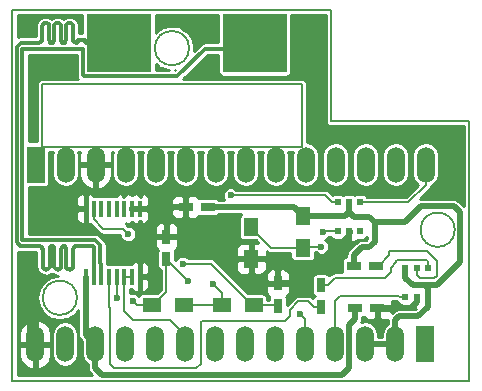
<source format=gbr>
G04 #@! TF.FileFunction,Copper,L2,Bot,Signal*
%FSLAX46Y46*%
G04 Gerber Fmt 4.6, Leading zero omitted, Abs format (unit mm)*
G04 Created by KiCad (PCBNEW 4.0.2-stable) date 04/04/2016 12:36:13*
%MOMM*%
G01*
G04 APERTURE LIST*
%ADD10C,0.100000*%
%ADD11C,0.150000*%
%ADD12R,0.350520X1.399540*%
%ADD13R,1.300000X1.500000*%
%ADD14R,1.500000X1.300000*%
%ADD15R,0.500000X0.625000*%
%ADD16R,0.750000X1.200000*%
%ADD17R,1.200000X0.750000*%
%ADD18O,1.506220X3.014980*%
%ADD19R,1.506220X3.014980*%
%ADD20R,5.400000X5.000000*%
%ADD21C,0.600000*%
%ADD22C,0.500000*%
%ADD23C,0.300000*%
%ADD24C,0.200000*%
%ADD25C,0.254000*%
G04 APERTURE END LIST*
D10*
D11*
X138272205Y-108370000D02*
G75*
G03X138272205Y-108370000I-1452205J0D01*
G01*
X147762205Y-87232205D02*
G75*
G03X147762205Y-87232205I-1452205J0D01*
G01*
X170260000Y-102610000D02*
G75*
G03X170260000Y-102610000I-1452205J0D01*
G01*
X138272205Y-108370000D02*
G75*
G03X138272205Y-108370000I-1452205J0D01*
G01*
X157300000Y-95600000D02*
X135300000Y-95600000D01*
X157300000Y-90300000D02*
X157300000Y-95600000D01*
X135300000Y-90300000D02*
X157300000Y-90300000D01*
X135300000Y-95600000D02*
X135300000Y-90300000D01*
X171500000Y-115400000D02*
X132800000Y-115400000D01*
X171500000Y-115200000D02*
X171500000Y-115400000D01*
X171500000Y-111400000D02*
X171500000Y-115200000D01*
X171500000Y-103100000D02*
X171500000Y-111400000D01*
X171500000Y-93400000D02*
X171500000Y-103100000D01*
X159800000Y-93400000D02*
X171500000Y-93400000D01*
X159800000Y-84000000D02*
X159800000Y-93400000D01*
X132800000Y-84000000D02*
X159800000Y-84000000D01*
X132800000Y-84400000D02*
X132800000Y-84000000D01*
X132800000Y-85400000D02*
X132800000Y-84400000D01*
X132800000Y-115400000D02*
X132800000Y-85400000D01*
D12*
X143576040Y-106583480D03*
X142925800Y-106583480D03*
X142275560Y-106583480D03*
X141625320Y-106583480D03*
X140975080Y-106583480D03*
X140324840Y-106583480D03*
X139674600Y-106583480D03*
X139024360Y-106583480D03*
X139024360Y-100832920D03*
X139674600Y-100832920D03*
X140324840Y-100832920D03*
X140975080Y-100832920D03*
X141625320Y-100832920D03*
X142275560Y-100832920D03*
X142925800Y-100832920D03*
X143576040Y-100832920D03*
D13*
X153035000Y-102383600D03*
X153035000Y-105083600D03*
X157378400Y-101443800D03*
X157378400Y-104143800D03*
D14*
X147298400Y-109016800D03*
X144598400Y-109016800D03*
X153216600Y-109016800D03*
X150516600Y-109016800D03*
D15*
X160340000Y-100293000D03*
X161290000Y-100293000D03*
X162240000Y-100293000D03*
X160340000Y-102743000D03*
X161290000Y-102743000D03*
X162240000Y-102743000D03*
X166080400Y-105892600D03*
X167030400Y-105892600D03*
X167980400Y-105892600D03*
X166080400Y-108342600D03*
X167030400Y-108342600D03*
X167980400Y-108342600D03*
D16*
X145846800Y-103190000D03*
X145846800Y-105090000D03*
X155270200Y-109027000D03*
X155270200Y-107127000D03*
D17*
X149362200Y-100685600D03*
X147462200Y-100685600D03*
D16*
X158927800Y-109179400D03*
X158927800Y-107279400D03*
D17*
X161686200Y-105664000D03*
X163586200Y-105664000D03*
X161813200Y-109270800D03*
X163713200Y-109270800D03*
D18*
X144940000Y-97100000D03*
X147480000Y-97100000D03*
X150020000Y-97100000D03*
X152560000Y-97100000D03*
X155100000Y-97100000D03*
X157640000Y-97100000D03*
X160180000Y-97100000D03*
X162720000Y-97100000D03*
X165260000Y-97100000D03*
X142400000Y-97100000D03*
X139860000Y-97100000D03*
X137320000Y-97100000D03*
X167800000Y-97100000D03*
D19*
X134780000Y-97100000D03*
D18*
X157580000Y-112300000D03*
X155040000Y-112300000D03*
X152500000Y-112300000D03*
X149960000Y-112300000D03*
X147420000Y-112300000D03*
X144880000Y-112300000D03*
X142340000Y-112300000D03*
X139800000Y-112300000D03*
X137260000Y-112300000D03*
X160120000Y-112300000D03*
X162660000Y-112300000D03*
X165200000Y-112300000D03*
X134720000Y-112300000D03*
D19*
X167740000Y-112300000D03*
D20*
X141833600Y-86766400D03*
X153333600Y-86766400D03*
D21*
X165347273Y-109230700D03*
X160375600Y-104648000D03*
X134315200Y-109245400D03*
X135204200Y-100838000D03*
X141655800Y-108432600D03*
X143002000Y-108635800D03*
X147675600Y-106934000D03*
X159131000Y-102768400D03*
X142595600Y-102971600D03*
X147243800Y-105486200D03*
X158953200Y-104038400D03*
X157149800Y-109778800D03*
X149758400Y-107213400D03*
X151282400Y-99695000D03*
D22*
X166538912Y-109256590D02*
X165347273Y-109230700D01*
X165347273Y-109230700D02*
X164827410Y-109256590D01*
X161290000Y-102743000D02*
X161290000Y-103733600D01*
X161290000Y-103733600D02*
X160375600Y-104648000D01*
X167030400Y-108342600D02*
X167030400Y-108765102D01*
X167030400Y-108765102D02*
X166538912Y-109256590D01*
X164813200Y-109270800D02*
X163713200Y-109270800D01*
X164827410Y-109256590D02*
X164813200Y-109270800D01*
X161290000Y-102743000D02*
X161290000Y-103165502D01*
X161290000Y-103165502D02*
X157328502Y-107127000D01*
X157328502Y-107127000D02*
X156145200Y-107127000D01*
X156145200Y-107127000D02*
X155270200Y-107127000D01*
X134315200Y-109245400D02*
X134315200Y-111895200D01*
X134315200Y-111895200D02*
X134720000Y-112300000D01*
X139024360Y-100832920D02*
X135209280Y-100832920D01*
X135209280Y-100832920D02*
X135204200Y-100838000D01*
X155270200Y-107127000D02*
X155078400Y-107127000D01*
X155270200Y-106902000D02*
X155270200Y-107127000D01*
X143576040Y-100832920D02*
X143576040Y-100919240D01*
X162660000Y-112300000D02*
X165200000Y-112300000D01*
X167360600Y-100609400D02*
X166014400Y-101955600D01*
X166014400Y-101955600D02*
X163474400Y-101955600D01*
X170154600Y-100609400D02*
X167360600Y-100609400D01*
X170688000Y-101142800D02*
X170154600Y-100609400D01*
X170688000Y-105349631D02*
X170688000Y-101142800D01*
X168722631Y-107315000D02*
X170688000Y-105349631D01*
X168722631Y-107315000D02*
X167765300Y-107315000D01*
X166080400Y-105892600D02*
X166080400Y-106253831D01*
X149362200Y-100685600D02*
X156620200Y-100685600D01*
X156620200Y-100685600D02*
X157378400Y-101443800D01*
X157378400Y-101443800D02*
X160951700Y-101443800D01*
X160951700Y-101443800D02*
X161290000Y-101105500D01*
X161290000Y-101105500D02*
X161290000Y-100293000D01*
X163017200Y-101498400D02*
X161682900Y-101498400D01*
X161682900Y-101498400D02*
X161290000Y-101105500D01*
X163474400Y-101955600D02*
X163017200Y-101498400D01*
X163474400Y-103632000D02*
X163474400Y-101955600D01*
X163017200Y-104089200D02*
X163474400Y-103632000D01*
X162386000Y-104089200D02*
X163017200Y-104089200D01*
X161686200Y-105664000D02*
X161686200Y-104789000D01*
X161686200Y-104789000D02*
X162386000Y-104089200D01*
X166690300Y-107315000D02*
X167765300Y-107315000D01*
X167765300Y-107315000D02*
X167980400Y-107530100D01*
X167980400Y-107530100D02*
X167980400Y-108342600D01*
X166080400Y-105892600D02*
X166080400Y-106705100D01*
X166080400Y-106705100D02*
X166690300Y-107315000D01*
X167980400Y-108342600D02*
X167980400Y-109155100D01*
X167980400Y-109155100D02*
X167178900Y-109956600D01*
X167178900Y-109956600D02*
X165535910Y-109956600D01*
X165535910Y-109956600D02*
X165200000Y-110292510D01*
X165200000Y-110292510D02*
X165200000Y-112300000D01*
X139800000Y-112300000D02*
X139800000Y-114307490D01*
X139800000Y-114307490D02*
X140393320Y-114900810D01*
X140393320Y-114900810D02*
X160739990Y-114900810D01*
X160739990Y-114900810D02*
X161323120Y-114317680D01*
X161323120Y-114317680D02*
X161323120Y-110635880D01*
X161323120Y-110635880D02*
X161813200Y-110145800D01*
X161813200Y-110145800D02*
X161813200Y-109270800D01*
X139024360Y-106583480D02*
X139024360Y-111524360D01*
X139024360Y-111524360D02*
X139800000Y-112300000D01*
D23*
X140249720Y-105458705D02*
X140324840Y-105533825D01*
X139828952Y-103483600D02*
X140249720Y-103904368D01*
X140324840Y-105533825D02*
X140324840Y-106583480D01*
X140249720Y-103904368D02*
X140249720Y-105458705D01*
X133682152Y-103483600D02*
X139828952Y-103483600D01*
X133650800Y-103452248D02*
X133682152Y-103483600D01*
X133650800Y-87327152D02*
X133650800Y-103452248D01*
X133711552Y-87266400D02*
X133650800Y-87327152D01*
X152833600Y-87266400D02*
X149123400Y-87266400D01*
X153333600Y-86766400D02*
X152833600Y-87266400D01*
X138853599Y-89616401D02*
X138783599Y-89546401D01*
X138783599Y-87266400D02*
X133711552Y-87266400D01*
X149123400Y-87266400D02*
X146773399Y-89616401D01*
X146773399Y-89616401D02*
X138853599Y-89616401D01*
X138783599Y-89546401D02*
X138783599Y-87266400D01*
D24*
X140309600Y-106568240D02*
X140324840Y-106583480D01*
D23*
X141833600Y-86766400D02*
X139086308Y-86766400D01*
X136756965Y-85117080D02*
X136693556Y-85094892D01*
X136118556Y-103991121D02*
X136181965Y-104013309D01*
X138328245Y-86717547D02*
X138307700Y-86738092D01*
X136718556Y-105976078D02*
X136781965Y-105953890D01*
X138907700Y-86535201D02*
X138883098Y-86519742D01*
X135093556Y-86758878D02*
X135026800Y-86766400D01*
X139086308Y-86766400D02*
X139057435Y-86763147D01*
X138283098Y-86753551D02*
X138255672Y-86763147D01*
X138883098Y-86519742D02*
X138855672Y-86510146D01*
X137326800Y-85387371D02*
X137326800Y-86466400D01*
X137226800Y-86766400D02*
X137160043Y-86758878D01*
X133504448Y-86766400D02*
X133150800Y-87120048D01*
X138457435Y-86510146D02*
X138430009Y-86519742D01*
X139057435Y-86763147D02*
X139030009Y-86753551D01*
X135326800Y-86466400D02*
X135319278Y-86533156D01*
X137886349Y-105870646D02*
X137922090Y-105813765D01*
X137039753Y-86700949D02*
X136992250Y-86653446D01*
X139030009Y-86753551D02*
X139005407Y-86738092D01*
X135693556Y-85094892D02*
X135626800Y-85087371D01*
X136626800Y-85087371D02*
X136560043Y-85094892D01*
X137626800Y-85087371D02*
X137560043Y-85094892D01*
X137897090Y-85257205D02*
X137861349Y-85200324D01*
X137185043Y-103991121D02*
X137251800Y-103983600D01*
X135051800Y-103983600D02*
X135118556Y-103991121D01*
X138226800Y-86766400D02*
X138160043Y-86758878D01*
X137926800Y-86466400D02*
X137926800Y-85387371D01*
X137813846Y-85152821D02*
X137756965Y-85117080D01*
X137417250Y-105870646D02*
X137464753Y-105918149D01*
X137718556Y-105976078D02*
X137781965Y-105953890D01*
X138826800Y-86506892D02*
X138486308Y-86506892D01*
X135934321Y-86533156D02*
X135926800Y-86466400D01*
X136039753Y-86700949D02*
X135992250Y-86653446D01*
X138943704Y-86580348D02*
X138928245Y-86555746D01*
X136356509Y-85257205D02*
X136334321Y-85320614D01*
X139005407Y-86738092D02*
X138984862Y-86717547D01*
X138984862Y-86717547D02*
X138969403Y-86692945D01*
X137381509Y-105813765D02*
X137417250Y-105870646D01*
X138405407Y-86535201D02*
X138384862Y-86555746D01*
X138969403Y-86692945D02*
X138959807Y-86665519D01*
X136026800Y-86766400D02*
X136226800Y-86766400D01*
X138959807Y-86665519D02*
X138953300Y-86607774D01*
X137251800Y-103983600D02*
X137051800Y-103983600D01*
X137439753Y-85152821D02*
X137392250Y-85200324D01*
X137392250Y-85200324D02*
X137356509Y-85257205D01*
X138255672Y-86763147D02*
X138226800Y-86766400D01*
X138185043Y-103991121D02*
X138251800Y-103983600D01*
X135392250Y-85200324D02*
X135356509Y-85257205D01*
X138953300Y-86607774D02*
X138943704Y-86580348D01*
X136121634Y-104013309D02*
X136185043Y-103991121D01*
X137992250Y-86653446D02*
X137956509Y-86596565D01*
X138160043Y-86758878D02*
X138096634Y-86736690D01*
X135496634Y-85117080D02*
X135439753Y-85152821D01*
X136286349Y-104096553D02*
X136322090Y-104153434D01*
X138928245Y-86555746D02*
X138907700Y-86535201D01*
X137156965Y-86736690D02*
X137093556Y-86758878D01*
X137238846Y-104049050D02*
X137286349Y-104096553D01*
X138369403Y-86580348D02*
X138359807Y-86607774D01*
X135838846Y-105918149D02*
X135886349Y-105870646D01*
X138855672Y-86510146D02*
X138826800Y-86506892D01*
X137326800Y-86466400D02*
X137319278Y-86533156D01*
X138039753Y-86700949D02*
X137992250Y-86653446D01*
X133150800Y-87120048D02*
X133150800Y-103659352D01*
X138486308Y-86506892D02*
X138457435Y-86510146D01*
X137560043Y-85094892D02*
X137496634Y-85117080D01*
X139621848Y-103983600D02*
X139749720Y-104111472D01*
X137261349Y-86653446D02*
X137213846Y-86700949D01*
X135261349Y-86653446D02*
X135213846Y-86700949D01*
X138430009Y-86519742D02*
X138405407Y-86535201D01*
X135322090Y-104153434D02*
X135344278Y-104216843D01*
X139749720Y-104111472D02*
X139749720Y-105458705D01*
X138384862Y-86555746D02*
X138369403Y-86580348D01*
X136093556Y-86758878D02*
X136026800Y-86766400D01*
X135297090Y-86596565D02*
X135261349Y-86653446D01*
X138353300Y-86665519D02*
X138343704Y-86692945D01*
X137926800Y-85387371D02*
X137919278Y-85320614D01*
X137861349Y-85200324D02*
X137813846Y-85152821D01*
X137319278Y-86533156D02*
X137297090Y-86596565D01*
X138359807Y-86607774D02*
X138353300Y-86665519D01*
X138343704Y-86692945D02*
X138328245Y-86717547D01*
X135560043Y-85094892D02*
X135496634Y-85117080D01*
X138307700Y-86738092D02*
X138283098Y-86753551D01*
X137356509Y-85257205D02*
X137334321Y-85320614D01*
X137297090Y-86596565D02*
X137261349Y-86653446D01*
X135956509Y-86596565D02*
X135934321Y-86533156D01*
X138096634Y-86736690D02*
X138039753Y-86700949D01*
X137959321Y-104216843D02*
X137981509Y-104153434D01*
X137956509Y-86596565D02*
X137934321Y-86533156D01*
X137934321Y-86533156D02*
X137926800Y-86466400D01*
X136651800Y-105983600D02*
X136718556Y-105976078D01*
X136496634Y-85117080D02*
X136439753Y-85152821D01*
X136926800Y-85387371D02*
X136919278Y-85320614D01*
X137919278Y-85320614D02*
X137897090Y-85257205D01*
X136297090Y-86596565D02*
X136261349Y-86653446D01*
X137756965Y-85117080D02*
X137693556Y-85094892D01*
X136585043Y-105976078D02*
X136651800Y-105983600D01*
X136956509Y-86596565D02*
X136934321Y-86533156D01*
X137096634Y-86736690D02*
X137039753Y-86700949D01*
X135334321Y-85320614D02*
X135326800Y-85387371D01*
X137693556Y-85094892D02*
X137626800Y-85087371D01*
X136861349Y-85200324D02*
X136813846Y-85152821D01*
X137496634Y-85117080D02*
X137439753Y-85152821D01*
X137334321Y-85320614D02*
X137326800Y-85387371D01*
X137213846Y-86700949D02*
X137156965Y-86736690D01*
X139749720Y-105458705D02*
X139674600Y-105533825D01*
X137093556Y-86758878D02*
X137026800Y-86766400D01*
X133475048Y-103983600D02*
X135051800Y-103983600D01*
X135926800Y-86466400D02*
X135926800Y-85387371D01*
X137026800Y-86766400D02*
X137226800Y-86766400D01*
X137160043Y-86758878D02*
X137096634Y-86736690D01*
X136992250Y-86653446D02*
X136956509Y-86596565D01*
X136934321Y-86533156D02*
X136926800Y-86466400D01*
X136392250Y-85200324D02*
X136356509Y-85257205D01*
X135926800Y-85387371D02*
X135919278Y-85320614D01*
X136926800Y-86466400D02*
X136926800Y-85387371D01*
X136919278Y-85320614D02*
X136897090Y-85257205D01*
X136897090Y-85257205D02*
X136861349Y-85200324D01*
X135464753Y-105918149D02*
X135521634Y-105953890D01*
X135118556Y-103991121D02*
X135181965Y-104013309D01*
X136813846Y-85152821D02*
X136756965Y-85117080D01*
X136693556Y-85094892D02*
X136626800Y-85087371D01*
X135356509Y-85257205D02*
X135334321Y-85320614D01*
X135344278Y-104216843D02*
X135351800Y-104283600D01*
X136560043Y-85094892D02*
X136496634Y-85117080D01*
X136439753Y-85152821D02*
X136392250Y-85200324D01*
X136334321Y-85320614D02*
X136326800Y-85387371D01*
X135861349Y-85200324D02*
X135813846Y-85152821D01*
X136326800Y-85387371D02*
X136326800Y-86466400D01*
X135026800Y-86766400D02*
X133504448Y-86766400D01*
X136326800Y-86466400D02*
X136319278Y-86533156D01*
X136319278Y-86533156D02*
X136297090Y-86596565D01*
X136261349Y-86653446D02*
X136213846Y-86700949D01*
X136213846Y-86700949D02*
X136156965Y-86736690D01*
X136156965Y-86736690D02*
X136093556Y-86758878D01*
X137781965Y-105953890D02*
X137838846Y-105918149D01*
X136226800Y-86766400D02*
X136160043Y-86758878D01*
X136160043Y-86758878D02*
X136096634Y-86736690D01*
X136096634Y-86736690D02*
X136039753Y-86700949D01*
X137322090Y-104153434D02*
X137344278Y-104216843D01*
X135156965Y-86736690D02*
X135093556Y-86758878D01*
X135992250Y-86653446D02*
X135956509Y-86596565D01*
X135919278Y-85320614D02*
X135897090Y-85257205D01*
X135897090Y-85257205D02*
X135861349Y-85200324D01*
X135813846Y-85152821D02*
X135756965Y-85117080D01*
X136344278Y-104216843D02*
X136351800Y-104283600D01*
X135756965Y-85117080D02*
X135693556Y-85094892D01*
X135626800Y-85087371D02*
X135560043Y-85094892D01*
X136051800Y-103983600D02*
X136118556Y-103991121D01*
X135439753Y-85152821D02*
X135392250Y-85200324D01*
X137981509Y-104153434D02*
X138017250Y-104096553D01*
X135326800Y-85387371D02*
X135326800Y-86466400D01*
X135319278Y-86533156D02*
X135297090Y-86596565D01*
X135213846Y-86700949D02*
X135156965Y-86736690D01*
X133150800Y-103659352D02*
X133475048Y-103983600D01*
X135181965Y-104013309D02*
X135238846Y-104049050D01*
X135238846Y-104049050D02*
X135286349Y-104096553D01*
X136251800Y-103983600D02*
X136051800Y-103983600D01*
X135286349Y-104096553D02*
X135322090Y-104153434D01*
X135359321Y-105750356D02*
X135381509Y-105813765D01*
X135521634Y-105953890D02*
X135585043Y-105976078D01*
X135351800Y-104283600D02*
X135351800Y-105683600D01*
X135351800Y-105683600D02*
X135359321Y-105750356D01*
X135381509Y-105813765D02*
X135417250Y-105870646D01*
X136944278Y-105750356D02*
X136951800Y-105683600D01*
X135417250Y-105870646D02*
X135464753Y-105918149D01*
X135585043Y-105976078D02*
X135651800Y-105983600D01*
X135651800Y-105983600D02*
X135718556Y-105976078D01*
X135718556Y-105976078D02*
X135781965Y-105953890D01*
X137359321Y-105750356D02*
X137381509Y-105813765D01*
X135781965Y-105953890D02*
X135838846Y-105918149D01*
X135886349Y-105870646D02*
X135922090Y-105813765D01*
X137838846Y-105918149D02*
X137886349Y-105870646D01*
X135922090Y-105813765D02*
X135944278Y-105750356D01*
X137121634Y-104013309D02*
X137185043Y-103991121D01*
X135944278Y-105750356D02*
X135951800Y-105683600D01*
X135951800Y-105683600D02*
X135951800Y-104283600D01*
X135951800Y-104283600D02*
X135959321Y-104216843D01*
X135959321Y-104216843D02*
X135981509Y-104153434D01*
X135981509Y-104153434D02*
X136017250Y-104096553D01*
X136017250Y-104096553D02*
X136064753Y-104049050D01*
X136064753Y-104049050D02*
X136121634Y-104013309D01*
X136464753Y-105918149D02*
X136521634Y-105953890D01*
X136185043Y-103991121D02*
X136251800Y-103983600D01*
X136181965Y-104013309D02*
X136238846Y-104049050D01*
X136238846Y-104049050D02*
X136286349Y-104096553D01*
X137651800Y-105983600D02*
X137718556Y-105976078D01*
X136322090Y-104153434D02*
X136344278Y-104216843D01*
X136351800Y-104283600D02*
X136351800Y-105683600D01*
X136351800Y-105683600D02*
X136359321Y-105750356D01*
X136359321Y-105750356D02*
X136381509Y-105813765D01*
X136381509Y-105813765D02*
X136417250Y-105870646D01*
X136417250Y-105870646D02*
X136464753Y-105918149D01*
X136521634Y-105953890D02*
X136585043Y-105976078D01*
X136781965Y-105953890D02*
X136838846Y-105918149D01*
X136838846Y-105918149D02*
X136886349Y-105870646D01*
X136886349Y-105870646D02*
X136922090Y-105813765D01*
X136922090Y-105813765D02*
X136944278Y-105750356D01*
X136951800Y-105683600D02*
X136951800Y-104283600D01*
X136951800Y-104283600D02*
X136959321Y-104216843D01*
X136959321Y-104216843D02*
X136981509Y-104153434D01*
X138017250Y-104096553D02*
X138064753Y-104049050D01*
X136981509Y-104153434D02*
X137017250Y-104096553D01*
X137017250Y-104096553D02*
X137064753Y-104049050D01*
X137064753Y-104049050D02*
X137121634Y-104013309D01*
X137051800Y-103983600D02*
X137118556Y-103991121D01*
X138064753Y-104049050D02*
X138121634Y-104013309D01*
X137118556Y-103991121D02*
X137181965Y-104013309D01*
X137181965Y-104013309D02*
X137238846Y-104049050D01*
X137464753Y-105918149D02*
X137521634Y-105953890D01*
X137286349Y-104096553D02*
X137322090Y-104153434D01*
X137344278Y-104216843D02*
X137351800Y-104283600D01*
X137351800Y-104283600D02*
X137351800Y-105683600D01*
X137585043Y-105976078D02*
X137651800Y-105983600D01*
X137351800Y-105683600D02*
X137359321Y-105750356D01*
X137521634Y-105953890D02*
X137585043Y-105976078D01*
X137922090Y-105813765D02*
X137944278Y-105750356D01*
X137944278Y-105750356D02*
X137951800Y-105683600D01*
X137951800Y-105683600D02*
X137951800Y-104283600D01*
X137951800Y-104283600D02*
X137959321Y-104216843D01*
X138121634Y-104013309D02*
X138185043Y-103991121D01*
X138251800Y-103983600D02*
X139621848Y-103983600D01*
X139674600Y-105533825D02*
X139674600Y-106583480D01*
D24*
X139623800Y-106532680D02*
X139674600Y-106583480D01*
X141655800Y-108432600D02*
X141655800Y-106613960D01*
X141655800Y-106613960D02*
X141625320Y-106583480D01*
X144598400Y-109016800D02*
X143383000Y-109016800D01*
X143383000Y-109016800D02*
X143002000Y-108635800D01*
X147675600Y-106934000D02*
X145846800Y-105105200D01*
X145846800Y-105105200D02*
X145846800Y-105090000D01*
X160340000Y-102743000D02*
X159156400Y-102743000D01*
X159156400Y-102743000D02*
X159131000Y-102768400D01*
X145846800Y-105090000D02*
X145846800Y-107868400D01*
X145846800Y-107868400D02*
X144698400Y-109016800D01*
X144698400Y-109016800D02*
X144598400Y-109016800D01*
X142163800Y-102539800D02*
X140481710Y-102539800D01*
X140481710Y-102539800D02*
X139674600Y-101732690D01*
X139674600Y-101732690D02*
X139674600Y-100832920D01*
X142595600Y-102971600D02*
X142163800Y-102539800D01*
X153216600Y-109016800D02*
X153116600Y-109016800D01*
X153116600Y-109016800D02*
X149586000Y-105486200D01*
X149586000Y-105486200D02*
X147243800Y-105486200D01*
X153216600Y-109016800D02*
X155260000Y-109016800D01*
X155260000Y-109016800D02*
X155270200Y-109027000D01*
X158927800Y-109179400D02*
X158352800Y-109179400D01*
X156286200Y-109931200D02*
X155905200Y-110312200D01*
X158352800Y-109179400D02*
X157860000Y-108686600D01*
X157860000Y-108686600D02*
X157022800Y-108686600D01*
X148818600Y-110312200D02*
X148742400Y-110388400D01*
X141046200Y-109118400D02*
X141020800Y-109118400D01*
X157022800Y-108686600D02*
X156286200Y-109423200D01*
X148361400Y-114350800D02*
X141401800Y-114350800D01*
X156286200Y-109423200D02*
X156286200Y-109931200D01*
X141020800Y-109118400D02*
X140975080Y-109072680D01*
X155905200Y-110312200D02*
X148818600Y-110312200D01*
X148742400Y-110388400D02*
X148742400Y-113969800D01*
X148742400Y-113969800D02*
X148361400Y-114350800D01*
X141401800Y-114350800D02*
X141046200Y-113995200D01*
X141046200Y-113995200D02*
X141046200Y-109118400D01*
X140975080Y-109072680D02*
X140975080Y-106583480D01*
X164338000Y-106680000D02*
X160102200Y-106680000D01*
X160102200Y-106680000D02*
X159502800Y-107279400D01*
X167980400Y-105892600D02*
X167980400Y-105293200D01*
X167980400Y-105293200D02*
X167843200Y-105156000D01*
X167843200Y-105156000D02*
X165379400Y-105156000D01*
X165379400Y-105156000D02*
X165277800Y-105257600D01*
X165277800Y-105257600D02*
X165277800Y-105384600D01*
X165277800Y-105384600D02*
X164820600Y-105841800D01*
X164820600Y-105841800D02*
X164820600Y-106197400D01*
X164820600Y-106197400D02*
X164338000Y-106680000D01*
X159537400Y-107244800D02*
X159502800Y-107279400D01*
X159502800Y-107279400D02*
X158927800Y-107279400D01*
X167030400Y-105892600D02*
X167030400Y-106426000D01*
X163811200Y-105664000D02*
X163586200Y-105664000D01*
X167030400Y-106426000D02*
X167335200Y-106730800D01*
X167335200Y-106730800D02*
X168529000Y-106730800D01*
X168529000Y-106730800D02*
X168757600Y-106502200D01*
X168757600Y-105257600D02*
X167894000Y-104394000D01*
X168757600Y-106502200D02*
X168757600Y-105257600D01*
X164693600Y-104394000D02*
X164693600Y-104781600D01*
X167894000Y-104394000D02*
X164693600Y-104394000D01*
X164693600Y-104781600D02*
X163811200Y-105664000D01*
X167800000Y-97100000D02*
X167800000Y-98807490D01*
X166314490Y-100293000D02*
X162690000Y-100293000D01*
X167800000Y-98807490D02*
X166314490Y-100293000D01*
X162690000Y-100293000D02*
X162240000Y-100293000D01*
X158953200Y-104038400D02*
X157483800Y-104038400D01*
X157483800Y-104038400D02*
X157378400Y-104143800D01*
X157580000Y-112300000D02*
X157580000Y-110209000D01*
X157580000Y-110209000D02*
X157149800Y-109778800D01*
X157378400Y-104143800D02*
X154695200Y-104143800D01*
X154695200Y-104143800D02*
X153035000Y-102483600D01*
X153035000Y-102483600D02*
X153035000Y-102383600D01*
X142275560Y-106583480D02*
X142925800Y-106583480D01*
X143052800Y-110236000D02*
X142275560Y-109458760D01*
X142275560Y-109458760D02*
X142275560Y-106583480D01*
X146110380Y-110236000D02*
X143052800Y-110236000D01*
X147420000Y-112300000D02*
X147420000Y-111545620D01*
X147420000Y-111545620D02*
X146110380Y-110236000D01*
X160120000Y-112300000D02*
X160120000Y-108662800D01*
X160120000Y-108662800D02*
X160578800Y-108204000D01*
X165491800Y-108204000D02*
X165630400Y-108342600D01*
X160578800Y-108204000D02*
X165491800Y-108204000D01*
X165630400Y-108342600D02*
X166080400Y-108342600D01*
X149758400Y-107213400D02*
X150516600Y-107971600D01*
X150516600Y-107971600D02*
X150516600Y-109016800D01*
X160340000Y-100293000D02*
X159890000Y-100293000D01*
X159890000Y-100293000D02*
X159292000Y-99695000D01*
X159292000Y-99695000D02*
X151282400Y-99695000D01*
X147298400Y-109016800D02*
X148248400Y-109016800D01*
X148248400Y-109016800D02*
X150516600Y-109016800D01*
D25*
G36*
X133273373Y-104470485D02*
X133475048Y-104510600D01*
X134824800Y-104510600D01*
X134824800Y-105683600D01*
X134830621Y-105712866D01*
X134828113Y-105742601D01*
X134835634Y-105809356D01*
X134853617Y-105865779D01*
X134861895Y-105924415D01*
X134884083Y-105987824D01*
X134914168Y-106038826D01*
X134935286Y-106094148D01*
X134971027Y-106151029D01*
X135011710Y-106194060D01*
X135044605Y-106243291D01*
X135092107Y-106290794D01*
X135141340Y-106323690D01*
X135184370Y-106364372D01*
X135241252Y-106400113D01*
X135296572Y-106421230D01*
X135347575Y-106451316D01*
X135410984Y-106473504D01*
X135469617Y-106481782D01*
X135526035Y-106499764D01*
X135592792Y-106507286D01*
X135651798Y-106502309D01*
X135710808Y-106507286D01*
X135777564Y-106499764D01*
X135833982Y-106481782D01*
X135892615Y-106473504D01*
X135956024Y-106451316D01*
X136007026Y-106421231D01*
X136062348Y-106400113D01*
X136119229Y-106364372D01*
X136151800Y-106333579D01*
X136184370Y-106364372D01*
X136241252Y-106400113D01*
X136296572Y-106421230D01*
X136347575Y-106451316D01*
X136410984Y-106473504D01*
X136469617Y-106481782D01*
X136526035Y-106499764D01*
X136592792Y-106507286D01*
X136625118Y-106504559D01*
X136091292Y-106610744D01*
X135473524Y-107023524D01*
X135060744Y-107641292D01*
X134915795Y-108370000D01*
X135060744Y-109098708D01*
X135473524Y-109716476D01*
X136091292Y-110129256D01*
X136820000Y-110274205D01*
X137548708Y-110129256D01*
X138166476Y-109716476D01*
X138397360Y-109370934D01*
X138397360Y-111524360D01*
X138445088Y-111764303D01*
X138524339Y-111882910D01*
X138581004Y-111967716D01*
X138669890Y-112056602D01*
X138669890Y-113091299D01*
X138755915Y-113523773D01*
X139000892Y-113890407D01*
X139173000Y-114005406D01*
X139173000Y-114307490D01*
X139220728Y-114547433D01*
X139227537Y-114557623D01*
X139356644Y-114750846D01*
X139553798Y-114948000D01*
X133252000Y-114948000D01*
X133252000Y-112427000D01*
X133331890Y-112427000D01*
X133331890Y-113181380D01*
X133486154Y-113702919D01*
X133828260Y-114125724D01*
X134306125Y-114385427D01*
X134378326Y-114399783D01*
X134593000Y-114277162D01*
X134593000Y-112427000D01*
X134847000Y-112427000D01*
X134847000Y-114277162D01*
X135061674Y-114399783D01*
X135133875Y-114385427D01*
X135611740Y-114125724D01*
X135953846Y-113702919D01*
X136108110Y-113181380D01*
X136108110Y-112427000D01*
X134847000Y-112427000D01*
X134593000Y-112427000D01*
X133331890Y-112427000D01*
X133252000Y-112427000D01*
X133252000Y-111418620D01*
X133331890Y-111418620D01*
X133331890Y-112173000D01*
X134593000Y-112173000D01*
X134593000Y-110322838D01*
X134847000Y-110322838D01*
X134847000Y-112173000D01*
X136108110Y-112173000D01*
X136108110Y-111508701D01*
X136129890Y-111508701D01*
X136129890Y-113091299D01*
X136215915Y-113523773D01*
X136460892Y-113890407D01*
X136827526Y-114135384D01*
X137260000Y-114221409D01*
X137692474Y-114135384D01*
X138059108Y-113890407D01*
X138304085Y-113523773D01*
X138390110Y-113091299D01*
X138390110Y-111508701D01*
X138304085Y-111076227D01*
X138059108Y-110709593D01*
X137692474Y-110464616D01*
X137260000Y-110378591D01*
X136827526Y-110464616D01*
X136460892Y-110709593D01*
X136215915Y-111076227D01*
X136129890Y-111508701D01*
X136108110Y-111508701D01*
X136108110Y-111418620D01*
X135953846Y-110897081D01*
X135611740Y-110474276D01*
X135133875Y-110214573D01*
X135061674Y-110200217D01*
X134847000Y-110322838D01*
X134593000Y-110322838D01*
X134378326Y-110200217D01*
X134306125Y-110214573D01*
X133828260Y-110474276D01*
X133486154Y-110897081D01*
X133331890Y-111418620D01*
X133252000Y-111418620D01*
X133252000Y-104456204D01*
X133273373Y-104470485D01*
X133273373Y-104470485D01*
G37*
X133273373Y-104470485D02*
X133475048Y-104510600D01*
X134824800Y-104510600D01*
X134824800Y-105683600D01*
X134830621Y-105712866D01*
X134828113Y-105742601D01*
X134835634Y-105809356D01*
X134853617Y-105865779D01*
X134861895Y-105924415D01*
X134884083Y-105987824D01*
X134914168Y-106038826D01*
X134935286Y-106094148D01*
X134971027Y-106151029D01*
X135011710Y-106194060D01*
X135044605Y-106243291D01*
X135092107Y-106290794D01*
X135141340Y-106323690D01*
X135184370Y-106364372D01*
X135241252Y-106400113D01*
X135296572Y-106421230D01*
X135347575Y-106451316D01*
X135410984Y-106473504D01*
X135469617Y-106481782D01*
X135526035Y-106499764D01*
X135592792Y-106507286D01*
X135651798Y-106502309D01*
X135710808Y-106507286D01*
X135777564Y-106499764D01*
X135833982Y-106481782D01*
X135892615Y-106473504D01*
X135956024Y-106451316D01*
X136007026Y-106421231D01*
X136062348Y-106400113D01*
X136119229Y-106364372D01*
X136151800Y-106333579D01*
X136184370Y-106364372D01*
X136241252Y-106400113D01*
X136296572Y-106421230D01*
X136347575Y-106451316D01*
X136410984Y-106473504D01*
X136469617Y-106481782D01*
X136526035Y-106499764D01*
X136592792Y-106507286D01*
X136625118Y-106504559D01*
X136091292Y-106610744D01*
X135473524Y-107023524D01*
X135060744Y-107641292D01*
X134915795Y-108370000D01*
X135060744Y-109098708D01*
X135473524Y-109716476D01*
X136091292Y-110129256D01*
X136820000Y-110274205D01*
X137548708Y-110129256D01*
X138166476Y-109716476D01*
X138397360Y-109370934D01*
X138397360Y-111524360D01*
X138445088Y-111764303D01*
X138524339Y-111882910D01*
X138581004Y-111967716D01*
X138669890Y-112056602D01*
X138669890Y-113091299D01*
X138755915Y-113523773D01*
X139000892Y-113890407D01*
X139173000Y-114005406D01*
X139173000Y-114307490D01*
X139220728Y-114547433D01*
X139227537Y-114557623D01*
X139356644Y-114750846D01*
X139553798Y-114948000D01*
X133252000Y-114948000D01*
X133252000Y-112427000D01*
X133331890Y-112427000D01*
X133331890Y-113181380D01*
X133486154Y-113702919D01*
X133828260Y-114125724D01*
X134306125Y-114385427D01*
X134378326Y-114399783D01*
X134593000Y-114277162D01*
X134593000Y-112427000D01*
X134847000Y-112427000D01*
X134847000Y-114277162D01*
X135061674Y-114399783D01*
X135133875Y-114385427D01*
X135611740Y-114125724D01*
X135953846Y-113702919D01*
X136108110Y-113181380D01*
X136108110Y-112427000D01*
X134847000Y-112427000D01*
X134593000Y-112427000D01*
X133331890Y-112427000D01*
X133252000Y-112427000D01*
X133252000Y-111418620D01*
X133331890Y-111418620D01*
X133331890Y-112173000D01*
X134593000Y-112173000D01*
X134593000Y-110322838D01*
X134847000Y-110322838D01*
X134847000Y-112173000D01*
X136108110Y-112173000D01*
X136108110Y-111508701D01*
X136129890Y-111508701D01*
X136129890Y-113091299D01*
X136215915Y-113523773D01*
X136460892Y-113890407D01*
X136827526Y-114135384D01*
X137260000Y-114221409D01*
X137692474Y-114135384D01*
X138059108Y-113890407D01*
X138304085Y-113523773D01*
X138390110Y-113091299D01*
X138390110Y-111508701D01*
X138304085Y-111076227D01*
X138059108Y-110709593D01*
X137692474Y-110464616D01*
X137260000Y-110378591D01*
X136827526Y-110464616D01*
X136460892Y-110709593D01*
X136215915Y-111076227D01*
X136129890Y-111508701D01*
X136108110Y-111508701D01*
X136108110Y-111418620D01*
X135953846Y-110897081D01*
X135611740Y-110474276D01*
X135133875Y-110214573D01*
X135061674Y-110200217D01*
X134847000Y-110322838D01*
X134593000Y-110322838D01*
X134378326Y-110200217D01*
X134306125Y-110214573D01*
X133828260Y-110474276D01*
X133486154Y-110897081D01*
X133331890Y-111418620D01*
X133252000Y-111418620D01*
X133252000Y-104456204D01*
X133273373Y-104470485D01*
G36*
X165447860Y-108783291D02*
X165471002Y-108787894D01*
X165472303Y-108794808D01*
X165554870Y-108923120D01*
X165680853Y-109009201D01*
X165830400Y-109039485D01*
X166266760Y-109039485D01*
X166420701Y-109193427D01*
X166654090Y-109290100D01*
X166746650Y-109290100D01*
X166903398Y-109133352D01*
X166903398Y-109290100D01*
X166958688Y-109290100D01*
X166919188Y-109329600D01*
X165535910Y-109329600D01*
X165295967Y-109377328D01*
X165121654Y-109493800D01*
X165092554Y-109513244D01*
X164948200Y-109657598D01*
X164948200Y-109556550D01*
X164789450Y-109397800D01*
X163840200Y-109397800D01*
X163840200Y-110122050D01*
X163998950Y-110280800D01*
X164439509Y-110280800D01*
X164587525Y-110219490D01*
X164573000Y-110292510D01*
X164573000Y-110594594D01*
X164400892Y-110709593D01*
X164155915Y-111076227D01*
X164069890Y-111508701D01*
X164069890Y-111673000D01*
X163790110Y-111673000D01*
X163790110Y-111508701D01*
X163704085Y-111076227D01*
X163459108Y-110709593D01*
X163092474Y-110464616D01*
X162660000Y-110378591D01*
X162356976Y-110438867D01*
X162392473Y-110385742D01*
X162440200Y-110145800D01*
X162440200Y-110025105D01*
X162552908Y-110003897D01*
X162569727Y-109993074D01*
X162574873Y-110005499D01*
X162753502Y-110184127D01*
X162986891Y-110280800D01*
X163427450Y-110280800D01*
X163586200Y-110122050D01*
X163586200Y-109397800D01*
X163566200Y-109397800D01*
X163566200Y-109143800D01*
X163586200Y-109143800D01*
X163586200Y-109123800D01*
X163840200Y-109123800D01*
X163840200Y-109143800D01*
X164789450Y-109143800D01*
X164948200Y-108985050D01*
X164948200Y-108769490D01*
X164911546Y-108681000D01*
X165294771Y-108681000D01*
X165447860Y-108783291D01*
X165447860Y-108783291D01*
G37*
X165447860Y-108783291D02*
X165471002Y-108787894D01*
X165472303Y-108794808D01*
X165554870Y-108923120D01*
X165680853Y-109009201D01*
X165830400Y-109039485D01*
X166266760Y-109039485D01*
X166420701Y-109193427D01*
X166654090Y-109290100D01*
X166746650Y-109290100D01*
X166903398Y-109133352D01*
X166903398Y-109290100D01*
X166958688Y-109290100D01*
X166919188Y-109329600D01*
X165535910Y-109329600D01*
X165295967Y-109377328D01*
X165121654Y-109493800D01*
X165092554Y-109513244D01*
X164948200Y-109657598D01*
X164948200Y-109556550D01*
X164789450Y-109397800D01*
X163840200Y-109397800D01*
X163840200Y-110122050D01*
X163998950Y-110280800D01*
X164439509Y-110280800D01*
X164587525Y-110219490D01*
X164573000Y-110292510D01*
X164573000Y-110594594D01*
X164400892Y-110709593D01*
X164155915Y-111076227D01*
X164069890Y-111508701D01*
X164069890Y-111673000D01*
X163790110Y-111673000D01*
X163790110Y-111508701D01*
X163704085Y-111076227D01*
X163459108Y-110709593D01*
X163092474Y-110464616D01*
X162660000Y-110378591D01*
X162356976Y-110438867D01*
X162392473Y-110385742D01*
X162440200Y-110145800D01*
X162440200Y-110025105D01*
X162552908Y-110003897D01*
X162569727Y-109993074D01*
X162574873Y-110005499D01*
X162753502Y-110184127D01*
X162986891Y-110280800D01*
X163427450Y-110280800D01*
X163586200Y-110122050D01*
X163586200Y-109397800D01*
X163566200Y-109397800D01*
X163566200Y-109143800D01*
X163586200Y-109143800D01*
X163586200Y-109123800D01*
X163840200Y-109123800D01*
X163840200Y-109143800D01*
X164789450Y-109143800D01*
X164948200Y-108985050D01*
X164948200Y-108769490D01*
X164911546Y-108681000D01*
X165294771Y-108681000D01*
X165447860Y-108783291D01*
G36*
X159348000Y-93400000D02*
X159382406Y-93572973D01*
X159480388Y-93719612D01*
X159627027Y-93817594D01*
X159800000Y-93852000D01*
X171048000Y-93852000D01*
X171048000Y-100616088D01*
X170597956Y-100166044D01*
X170552529Y-100135691D01*
X170394543Y-100030128D01*
X170154600Y-99982400D01*
X167360600Y-99982400D01*
X167284541Y-99997529D01*
X168137290Y-99144780D01*
X168240691Y-98990031D01*
X168254486Y-98920676D01*
X168599108Y-98690407D01*
X168844085Y-98323773D01*
X168930110Y-97891299D01*
X168930110Y-96308701D01*
X168844085Y-95876227D01*
X168599108Y-95509593D01*
X168232474Y-95264616D01*
X167800000Y-95178591D01*
X167367526Y-95264616D01*
X167000892Y-95509593D01*
X166755915Y-95876227D01*
X166669890Y-96308701D01*
X166669890Y-97891299D01*
X166755915Y-98323773D01*
X167000892Y-98690407D01*
X167145727Y-98787183D01*
X166116910Y-99816000D01*
X162832144Y-99816000D01*
X162765530Y-99712480D01*
X162639547Y-99626399D01*
X162490000Y-99596115D01*
X161990000Y-99596115D01*
X161850292Y-99622403D01*
X161764497Y-99677611D01*
X161689547Y-99626399D01*
X161540000Y-99596115D01*
X161040000Y-99596115D01*
X160900292Y-99622403D01*
X160814497Y-99677611D01*
X160739547Y-99626399D01*
X160590000Y-99596115D01*
X160090000Y-99596115D01*
X159950292Y-99622403D01*
X159916030Y-99644450D01*
X159629290Y-99357710D01*
X159474540Y-99254309D01*
X159292000Y-99218000D01*
X151762820Y-99218000D01*
X151666390Y-99121402D01*
X151417654Y-99018118D01*
X151148327Y-99017883D01*
X150899411Y-99120733D01*
X150708802Y-99311010D01*
X150605518Y-99559746D01*
X150605283Y-99829073D01*
X150700122Y-100058600D01*
X150248039Y-100058600D01*
X150237730Y-100042580D01*
X150111747Y-99956499D01*
X149962200Y-99926215D01*
X148762200Y-99926215D01*
X148622492Y-99952503D01*
X148605673Y-99963326D01*
X148600527Y-99950901D01*
X148421898Y-99772273D01*
X148188509Y-99675600D01*
X147747950Y-99675600D01*
X147589200Y-99834350D01*
X147589200Y-100558600D01*
X147609200Y-100558600D01*
X147609200Y-100812600D01*
X147589200Y-100812600D01*
X147589200Y-101536850D01*
X147747950Y-101695600D01*
X148188509Y-101695600D01*
X148421898Y-101598927D01*
X148600527Y-101420299D01*
X148605009Y-101409478D01*
X148612653Y-101414701D01*
X148762200Y-101444985D01*
X149962200Y-101444985D01*
X150101908Y-101418697D01*
X150230220Y-101336130D01*
X150246297Y-101312600D01*
X152187642Y-101312600D01*
X152116980Y-101358070D01*
X152030899Y-101484053D01*
X152000615Y-101633600D01*
X152000615Y-103133600D01*
X152026903Y-103273308D01*
X152109470Y-103401620D01*
X152235453Y-103487701D01*
X152385000Y-103517985D01*
X153394805Y-103517985D01*
X153575420Y-103698600D01*
X153320750Y-103698600D01*
X153162000Y-103857350D01*
X153162000Y-104956600D01*
X154161250Y-104956600D01*
X154320000Y-104797850D01*
X154320000Y-104443180D01*
X154357910Y-104481090D01*
X154512659Y-104584491D01*
X154695200Y-104620800D01*
X156344015Y-104620800D01*
X156344015Y-104893800D01*
X156370303Y-105033508D01*
X156452870Y-105161820D01*
X156578853Y-105247901D01*
X156728400Y-105278185D01*
X158028400Y-105278185D01*
X158168108Y-105251897D01*
X158296420Y-105169330D01*
X158382501Y-105043347D01*
X158412785Y-104893800D01*
X158412785Y-104515400D01*
X158472780Y-104515400D01*
X158569210Y-104611998D01*
X158817946Y-104715282D01*
X159087273Y-104715517D01*
X159336189Y-104612667D01*
X159526798Y-104422390D01*
X159630082Y-104173654D01*
X159630317Y-103904327D01*
X159527467Y-103655411D01*
X159337190Y-103464802D01*
X159277941Y-103440200D01*
X159513989Y-103342667D01*
X159636870Y-103220000D01*
X159747856Y-103220000D01*
X159814470Y-103323520D01*
X159940453Y-103409601D01*
X160090000Y-103439885D01*
X160526360Y-103439885D01*
X160680301Y-103593827D01*
X160913690Y-103690500D01*
X161006250Y-103690500D01*
X161165000Y-103531750D01*
X161165000Y-102870000D01*
X161143000Y-102870000D01*
X161143000Y-102616000D01*
X161165000Y-102616000D01*
X161165000Y-102596000D01*
X161415000Y-102596000D01*
X161415000Y-102616000D01*
X161437000Y-102616000D01*
X161437000Y-102870000D01*
X161415000Y-102870000D01*
X161415000Y-103531750D01*
X161573750Y-103690500D01*
X161666310Y-103690500D01*
X161899699Y-103593827D01*
X162053640Y-103439885D01*
X162490000Y-103439885D01*
X162629708Y-103413597D01*
X162758020Y-103331030D01*
X162844101Y-103205047D01*
X162847400Y-103188756D01*
X162847400Y-103372288D01*
X162757488Y-103462200D01*
X162386000Y-103462200D01*
X162146058Y-103509927D01*
X161942644Y-103645844D01*
X161242844Y-104345644D01*
X161106928Y-104549057D01*
X161059200Y-104789000D01*
X161059200Y-104909695D01*
X160946492Y-104930903D01*
X160818180Y-105013470D01*
X160732099Y-105139453D01*
X160701815Y-105289000D01*
X160701815Y-106039000D01*
X160728103Y-106178708D01*
X160743735Y-106203000D01*
X160102200Y-106203000D01*
X159919660Y-106239309D01*
X159764910Y-106342710D01*
X159624496Y-106483124D01*
X159578330Y-106411380D01*
X159452347Y-106325299D01*
X159302800Y-106295015D01*
X158552800Y-106295015D01*
X158413092Y-106321303D01*
X158284780Y-106403870D01*
X158198699Y-106529853D01*
X158168415Y-106679400D01*
X158168415Y-107879400D01*
X158194703Y-108019108D01*
X158277270Y-108147420D01*
X158398831Y-108230480D01*
X158284780Y-108303870D01*
X158230821Y-108382841D01*
X158197290Y-108349310D01*
X158042540Y-108245909D01*
X157860000Y-108209600D01*
X157022800Y-108209600D01*
X156840260Y-108245909D01*
X156685510Y-108349310D01*
X156029585Y-109005235D01*
X156029585Y-108427000D01*
X156003297Y-108287292D01*
X155992474Y-108270473D01*
X156004899Y-108265327D01*
X156183527Y-108086698D01*
X156280200Y-107853309D01*
X156280200Y-107412750D01*
X156121450Y-107254000D01*
X155397200Y-107254000D01*
X155397200Y-107274000D01*
X155143200Y-107274000D01*
X155143200Y-107254000D01*
X154418950Y-107254000D01*
X154260200Y-107412750D01*
X154260200Y-107853309D01*
X154356873Y-108086698D01*
X154535501Y-108265327D01*
X154546322Y-108269809D01*
X154541099Y-108277453D01*
X154510815Y-108427000D01*
X154510815Y-108539800D01*
X154350985Y-108539800D01*
X154350985Y-108366800D01*
X154324697Y-108227092D01*
X154242130Y-108098780D01*
X154116147Y-108012699D01*
X153966600Y-107982415D01*
X152756795Y-107982415D01*
X150143730Y-105369350D01*
X151750000Y-105369350D01*
X151750000Y-105959909D01*
X151846673Y-106193298D01*
X152025301Y-106371927D01*
X152258690Y-106468600D01*
X152749250Y-106468600D01*
X152908000Y-106309850D01*
X152908000Y-105210600D01*
X153162000Y-105210600D01*
X153162000Y-106309850D01*
X153320750Y-106468600D01*
X153811310Y-106468600D01*
X153975256Y-106400691D01*
X154260200Y-106400691D01*
X154260200Y-106841250D01*
X154418950Y-107000000D01*
X155143200Y-107000000D01*
X155143200Y-106050750D01*
X155397200Y-106050750D01*
X155397200Y-107000000D01*
X156121450Y-107000000D01*
X156280200Y-106841250D01*
X156280200Y-106400691D01*
X156183527Y-106167302D01*
X156004899Y-105988673D01*
X155771510Y-105892000D01*
X155555950Y-105892000D01*
X155397200Y-106050750D01*
X155143200Y-106050750D01*
X154984450Y-105892000D01*
X154768890Y-105892000D01*
X154535501Y-105988673D01*
X154356873Y-106167302D01*
X154260200Y-106400691D01*
X153975256Y-106400691D01*
X154044699Y-106371927D01*
X154223327Y-106193298D01*
X154320000Y-105959909D01*
X154320000Y-105369350D01*
X154161250Y-105210600D01*
X153162000Y-105210600D01*
X152908000Y-105210600D01*
X151908750Y-105210600D01*
X151750000Y-105369350D01*
X150143730Y-105369350D01*
X149923290Y-105148910D01*
X149768540Y-105045509D01*
X149586000Y-105009200D01*
X147724220Y-105009200D01*
X147627790Y-104912602D01*
X147379054Y-104809318D01*
X147109727Y-104809083D01*
X146860811Y-104911933D01*
X146670202Y-105102210D01*
X146625660Y-105209480D01*
X146606185Y-105190005D01*
X146606185Y-104490000D01*
X146579897Y-104350292D01*
X146569074Y-104333473D01*
X146581499Y-104328327D01*
X146702534Y-104207291D01*
X151750000Y-104207291D01*
X151750000Y-104797850D01*
X151908750Y-104956600D01*
X152908000Y-104956600D01*
X152908000Y-103857350D01*
X152749250Y-103698600D01*
X152258690Y-103698600D01*
X152025301Y-103795273D01*
X151846673Y-103973902D01*
X151750000Y-104207291D01*
X146702534Y-104207291D01*
X146760127Y-104149698D01*
X146856800Y-103916309D01*
X146856800Y-103475750D01*
X146698050Y-103317000D01*
X145973800Y-103317000D01*
X145973800Y-103337000D01*
X145719800Y-103337000D01*
X145719800Y-103317000D01*
X144995550Y-103317000D01*
X144836800Y-103475750D01*
X144836800Y-103916309D01*
X144933473Y-104149698D01*
X145112101Y-104328327D01*
X145122922Y-104332809D01*
X145117699Y-104340453D01*
X145087415Y-104490000D01*
X145087415Y-105690000D01*
X145113703Y-105829708D01*
X145196270Y-105958020D01*
X145322253Y-106044101D01*
X145369800Y-106053730D01*
X145369800Y-107670820D01*
X145058205Y-107982415D01*
X143848400Y-107982415D01*
X143708692Y-108008703D01*
X143580380Y-108091270D01*
X143513182Y-108189616D01*
X143385990Y-108062202D01*
X143137254Y-107958918D01*
X142867927Y-107958683D01*
X142752560Y-108006352D01*
X142752560Y-107667635D01*
X142887140Y-107667635D01*
X143041081Y-107821577D01*
X143274470Y-107918250D01*
X143329660Y-107918250D01*
X143488410Y-107759500D01*
X143488410Y-106710480D01*
X143663670Y-106710480D01*
X143663670Y-107759500D01*
X143822420Y-107918250D01*
X143877610Y-107918250D01*
X144110999Y-107821577D01*
X144289627Y-107642948D01*
X144386300Y-107409559D01*
X144386300Y-106869230D01*
X144227550Y-106710480D01*
X143663670Y-106710480D01*
X143488410Y-106710480D01*
X143485445Y-106710480D01*
X143485445Y-106456480D01*
X143488410Y-106456480D01*
X143488410Y-105407460D01*
X143663670Y-105407460D01*
X143663670Y-106456480D01*
X144227550Y-106456480D01*
X144386300Y-106297730D01*
X144386300Y-105757401D01*
X144289627Y-105524012D01*
X144110999Y-105345383D01*
X143877610Y-105248710D01*
X143822420Y-105248710D01*
X143663670Y-105407460D01*
X143488410Y-105407460D01*
X143329660Y-105248710D01*
X143274470Y-105248710D01*
X143041081Y-105345383D01*
X142887140Y-105499325D01*
X142750540Y-105499325D01*
X142610832Y-105525613D01*
X142602431Y-105531019D01*
X142600367Y-105529609D01*
X142450820Y-105499325D01*
X142100300Y-105499325D01*
X141960592Y-105525613D01*
X141952191Y-105531019D01*
X141950127Y-105529609D01*
X141800580Y-105499325D01*
X141450060Y-105499325D01*
X141310352Y-105525613D01*
X141301951Y-105531019D01*
X141299887Y-105529609D01*
X141150340Y-105499325D01*
X140844978Y-105499325D01*
X140811725Y-105332151D01*
X140776720Y-105279763D01*
X140776720Y-103904368D01*
X140736605Y-103702694D01*
X140622365Y-103531723D01*
X140201597Y-103110955D01*
X140030627Y-102996715D01*
X139828952Y-102956600D01*
X134177800Y-102956600D01*
X134177800Y-101118670D01*
X138214100Y-101118670D01*
X138214100Y-101658999D01*
X138310773Y-101892388D01*
X138489401Y-102071017D01*
X138722790Y-102167690D01*
X138777980Y-102167690D01*
X138936730Y-102008940D01*
X138936730Y-100959920D01*
X138372850Y-100959920D01*
X138214100Y-101118670D01*
X134177800Y-101118670D01*
X134177800Y-100006841D01*
X138214100Y-100006841D01*
X138214100Y-100547170D01*
X138372850Y-100705920D01*
X138936730Y-100705920D01*
X138936730Y-99656900D01*
X139111990Y-99656900D01*
X139111990Y-100705920D01*
X139114955Y-100705920D01*
X139114955Y-100959920D01*
X139111990Y-100959920D01*
X139111990Y-102008940D01*
X139270740Y-102167690D01*
X139325930Y-102167690D01*
X139403068Y-102135738D01*
X140144420Y-102877090D01*
X140299170Y-102980491D01*
X140481710Y-103016800D01*
X141918561Y-103016800D01*
X141918483Y-103105673D01*
X142021333Y-103354589D01*
X142211610Y-103545198D01*
X142460346Y-103648482D01*
X142729673Y-103648717D01*
X142978589Y-103545867D01*
X143169198Y-103355590D01*
X143272482Y-103106854D01*
X143272717Y-102837527D01*
X143169867Y-102588611D01*
X143045165Y-102463691D01*
X144836800Y-102463691D01*
X144836800Y-102904250D01*
X144995550Y-103063000D01*
X145719800Y-103063000D01*
X145719800Y-102113750D01*
X145973800Y-102113750D01*
X145973800Y-103063000D01*
X146698050Y-103063000D01*
X146856800Y-102904250D01*
X146856800Y-102463691D01*
X146760127Y-102230302D01*
X146581499Y-102051673D01*
X146348110Y-101955000D01*
X146132550Y-101955000D01*
X145973800Y-102113750D01*
X145719800Y-102113750D01*
X145561050Y-101955000D01*
X145345490Y-101955000D01*
X145112101Y-102051673D01*
X144933473Y-102230302D01*
X144836800Y-102463691D01*
X143045165Y-102463691D01*
X142979590Y-102398002D01*
X142730854Y-102294718D01*
X142593178Y-102294598D01*
X142501090Y-102202510D01*
X142402562Y-102136675D01*
X142402562Y-102075872D01*
X142449610Y-102095360D01*
X142521940Y-102167690D01*
X142577130Y-102167690D01*
X142600680Y-102157935D01*
X142624230Y-102167690D01*
X142679420Y-102167690D01*
X142751750Y-102095360D01*
X142810519Y-102071017D01*
X142925800Y-101955735D01*
X143041081Y-102071017D01*
X143099850Y-102095360D01*
X143172180Y-102167690D01*
X143227370Y-102167690D01*
X143250920Y-102157935D01*
X143274470Y-102167690D01*
X143329660Y-102167690D01*
X143401990Y-102095360D01*
X143460759Y-102071017D01*
X143639387Y-101892388D01*
X143663670Y-101833764D01*
X143663670Y-102008940D01*
X143822420Y-102167690D01*
X143877610Y-102167690D01*
X144110999Y-102071017D01*
X144289627Y-101892388D01*
X144386300Y-101658999D01*
X144386300Y-101118670D01*
X144238980Y-100971350D01*
X146227200Y-100971350D01*
X146227200Y-101186910D01*
X146323873Y-101420299D01*
X146502502Y-101598927D01*
X146735891Y-101695600D01*
X147176450Y-101695600D01*
X147335200Y-101536850D01*
X147335200Y-100812600D01*
X146385950Y-100812600D01*
X146227200Y-100971350D01*
X144238980Y-100971350D01*
X144227550Y-100959920D01*
X143663670Y-100959920D01*
X143663670Y-101046280D01*
X143577310Y-100959920D01*
X142778800Y-100959920D01*
X142778800Y-100705920D01*
X143577310Y-100705920D01*
X143663670Y-100619560D01*
X143663670Y-100705920D01*
X144227550Y-100705920D01*
X144386300Y-100547170D01*
X144386300Y-100184290D01*
X146227200Y-100184290D01*
X146227200Y-100399850D01*
X146385950Y-100558600D01*
X147335200Y-100558600D01*
X147335200Y-99834350D01*
X147176450Y-99675600D01*
X146735891Y-99675600D01*
X146502502Y-99772273D01*
X146323873Y-99950901D01*
X146227200Y-100184290D01*
X144386300Y-100184290D01*
X144386300Y-100006841D01*
X144289627Y-99773452D01*
X144110999Y-99594823D01*
X143877610Y-99498150D01*
X143822420Y-99498150D01*
X143663670Y-99656900D01*
X143663670Y-99832076D01*
X143639387Y-99773452D01*
X143460759Y-99594823D01*
X143401990Y-99570480D01*
X143329660Y-99498150D01*
X143274470Y-99498150D01*
X143250920Y-99507905D01*
X143227370Y-99498150D01*
X143172180Y-99498150D01*
X143099850Y-99570480D01*
X143041081Y-99594823D01*
X142925800Y-99710105D01*
X142810519Y-99594823D01*
X142751750Y-99570480D01*
X142679420Y-99498150D01*
X142624230Y-99498150D01*
X142600680Y-99507905D01*
X142577130Y-99498150D01*
X142521940Y-99498150D01*
X142449610Y-99570480D01*
X142390841Y-99594823D01*
X142212213Y-99773452D01*
X142187930Y-99832076D01*
X142187930Y-99656900D01*
X142029180Y-99498150D01*
X141973990Y-99498150D01*
X141740601Y-99594823D01*
X141586660Y-99748765D01*
X141450060Y-99748765D01*
X141310352Y-99775053D01*
X141301951Y-99780459D01*
X141299887Y-99779049D01*
X141150340Y-99748765D01*
X140799820Y-99748765D01*
X140660112Y-99775053D01*
X140651711Y-99780459D01*
X140649647Y-99779049D01*
X140500100Y-99748765D01*
X140149580Y-99748765D01*
X140009872Y-99775053D01*
X140001471Y-99780459D01*
X139999407Y-99779049D01*
X139849860Y-99748765D01*
X139713260Y-99748765D01*
X139559319Y-99594823D01*
X139325930Y-99498150D01*
X139270740Y-99498150D01*
X139111990Y-99656900D01*
X138936730Y-99656900D01*
X138777980Y-99498150D01*
X138722790Y-99498150D01*
X138489401Y-99594823D01*
X138310773Y-99773452D01*
X138214100Y-100006841D01*
X134177800Y-100006841D01*
X134177800Y-98991875D01*
X135533110Y-98991875D01*
X135672818Y-98965587D01*
X135801130Y-98883020D01*
X135887211Y-98757037D01*
X135917495Y-98607490D01*
X135917495Y-96052000D01*
X136240951Y-96052000D01*
X136189890Y-96308701D01*
X136189890Y-97891299D01*
X136275915Y-98323773D01*
X136520892Y-98690407D01*
X136887526Y-98935384D01*
X137320000Y-99021409D01*
X137752474Y-98935384D01*
X138119108Y-98690407D01*
X138364085Y-98323773D01*
X138450110Y-97891299D01*
X138450110Y-97227000D01*
X138471890Y-97227000D01*
X138471890Y-97981380D01*
X138626154Y-98502919D01*
X138968260Y-98925724D01*
X139446125Y-99185427D01*
X139518326Y-99199783D01*
X139733000Y-99077162D01*
X139733000Y-97227000D01*
X139987000Y-97227000D01*
X139987000Y-99077162D01*
X140201674Y-99199783D01*
X140273875Y-99185427D01*
X140751740Y-98925724D01*
X141093846Y-98502919D01*
X141248110Y-97981380D01*
X141248110Y-97227000D01*
X139987000Y-97227000D01*
X139733000Y-97227000D01*
X138471890Y-97227000D01*
X138450110Y-97227000D01*
X138450110Y-96308701D01*
X138399049Y-96052000D01*
X138521174Y-96052000D01*
X138471890Y-96218620D01*
X138471890Y-96973000D01*
X139733000Y-96973000D01*
X139733000Y-96953000D01*
X139987000Y-96953000D01*
X139987000Y-96973000D01*
X141248110Y-96973000D01*
X141248110Y-96218620D01*
X141198826Y-96052000D01*
X141320951Y-96052000D01*
X141269890Y-96308701D01*
X141269890Y-97891299D01*
X141355915Y-98323773D01*
X141600892Y-98690407D01*
X141967526Y-98935384D01*
X142400000Y-99021409D01*
X142832474Y-98935384D01*
X143199108Y-98690407D01*
X143444085Y-98323773D01*
X143530110Y-97891299D01*
X143530110Y-96308701D01*
X143479049Y-96052000D01*
X143860951Y-96052000D01*
X143809890Y-96308701D01*
X143809890Y-97891299D01*
X143895915Y-98323773D01*
X144140892Y-98690407D01*
X144507526Y-98935384D01*
X144940000Y-99021409D01*
X145372474Y-98935384D01*
X145739108Y-98690407D01*
X145984085Y-98323773D01*
X146070110Y-97891299D01*
X146070110Y-96308701D01*
X146019049Y-96052000D01*
X146400951Y-96052000D01*
X146349890Y-96308701D01*
X146349890Y-97891299D01*
X146435915Y-98323773D01*
X146680892Y-98690407D01*
X147047526Y-98935384D01*
X147480000Y-99021409D01*
X147912474Y-98935384D01*
X148279108Y-98690407D01*
X148524085Y-98323773D01*
X148610110Y-97891299D01*
X148610110Y-96308701D01*
X148559049Y-96052000D01*
X148940951Y-96052000D01*
X148889890Y-96308701D01*
X148889890Y-97891299D01*
X148975915Y-98323773D01*
X149220892Y-98690407D01*
X149587526Y-98935384D01*
X150020000Y-99021409D01*
X150452474Y-98935384D01*
X150819108Y-98690407D01*
X151064085Y-98323773D01*
X151150110Y-97891299D01*
X151150110Y-96308701D01*
X151099049Y-96052000D01*
X151480951Y-96052000D01*
X151429890Y-96308701D01*
X151429890Y-97891299D01*
X151515915Y-98323773D01*
X151760892Y-98690407D01*
X152127526Y-98935384D01*
X152560000Y-99021409D01*
X152992474Y-98935384D01*
X153359108Y-98690407D01*
X153604085Y-98323773D01*
X153690110Y-97891299D01*
X153690110Y-96308701D01*
X153639049Y-96052000D01*
X154020951Y-96052000D01*
X153969890Y-96308701D01*
X153969890Y-97891299D01*
X154055915Y-98323773D01*
X154300892Y-98690407D01*
X154667526Y-98935384D01*
X155100000Y-99021409D01*
X155532474Y-98935384D01*
X155899108Y-98690407D01*
X156144085Y-98323773D01*
X156230110Y-97891299D01*
X156230110Y-96308701D01*
X156179049Y-96052000D01*
X156560951Y-96052000D01*
X156509890Y-96308701D01*
X156509890Y-97891299D01*
X156595915Y-98323773D01*
X156840892Y-98690407D01*
X157207526Y-98935384D01*
X157640000Y-99021409D01*
X158072474Y-98935384D01*
X158439108Y-98690407D01*
X158684085Y-98323773D01*
X158770110Y-97891299D01*
X158770110Y-96308701D01*
X159049890Y-96308701D01*
X159049890Y-97891299D01*
X159135915Y-98323773D01*
X159380892Y-98690407D01*
X159747526Y-98935384D01*
X160180000Y-99021409D01*
X160612474Y-98935384D01*
X160979108Y-98690407D01*
X161224085Y-98323773D01*
X161310110Y-97891299D01*
X161310110Y-96308701D01*
X161589890Y-96308701D01*
X161589890Y-97891299D01*
X161675915Y-98323773D01*
X161920892Y-98690407D01*
X162287526Y-98935384D01*
X162720000Y-99021409D01*
X163152474Y-98935384D01*
X163519108Y-98690407D01*
X163764085Y-98323773D01*
X163850110Y-97891299D01*
X163850110Y-96308701D01*
X164129890Y-96308701D01*
X164129890Y-97891299D01*
X164215915Y-98323773D01*
X164460892Y-98690407D01*
X164827526Y-98935384D01*
X165260000Y-99021409D01*
X165692474Y-98935384D01*
X166059108Y-98690407D01*
X166304085Y-98323773D01*
X166390110Y-97891299D01*
X166390110Y-96308701D01*
X166304085Y-95876227D01*
X166059108Y-95509593D01*
X165692474Y-95264616D01*
X165260000Y-95178591D01*
X164827526Y-95264616D01*
X164460892Y-95509593D01*
X164215915Y-95876227D01*
X164129890Y-96308701D01*
X163850110Y-96308701D01*
X163764085Y-95876227D01*
X163519108Y-95509593D01*
X163152474Y-95264616D01*
X162720000Y-95178591D01*
X162287526Y-95264616D01*
X161920892Y-95509593D01*
X161675915Y-95876227D01*
X161589890Y-96308701D01*
X161310110Y-96308701D01*
X161224085Y-95876227D01*
X160979108Y-95509593D01*
X160612474Y-95264616D01*
X160180000Y-95178591D01*
X159747526Y-95264616D01*
X159380892Y-95509593D01*
X159135915Y-95876227D01*
X159049890Y-96308701D01*
X158770110Y-96308701D01*
X158684085Y-95876227D01*
X158439108Y-95509593D01*
X158072474Y-95264616D01*
X157752000Y-95200869D01*
X157752000Y-90300000D01*
X157717594Y-90127027D01*
X157619612Y-89980388D01*
X157472973Y-89882406D01*
X157300000Y-89848000D01*
X147287090Y-89848000D01*
X149341690Y-87793400D01*
X150249215Y-87793400D01*
X150249215Y-89266400D01*
X150275503Y-89406108D01*
X150358070Y-89534420D01*
X150484053Y-89620501D01*
X150633600Y-89650785D01*
X156033600Y-89650785D01*
X156173308Y-89624497D01*
X156301620Y-89541930D01*
X156387701Y-89415947D01*
X156417985Y-89266400D01*
X156417985Y-84452000D01*
X159348000Y-84452000D01*
X159348000Y-93400000D01*
X159348000Y-93400000D01*
G37*
X159348000Y-93400000D02*
X159382406Y-93572973D01*
X159480388Y-93719612D01*
X159627027Y-93817594D01*
X159800000Y-93852000D01*
X171048000Y-93852000D01*
X171048000Y-100616088D01*
X170597956Y-100166044D01*
X170552529Y-100135691D01*
X170394543Y-100030128D01*
X170154600Y-99982400D01*
X167360600Y-99982400D01*
X167284541Y-99997529D01*
X168137290Y-99144780D01*
X168240691Y-98990031D01*
X168254486Y-98920676D01*
X168599108Y-98690407D01*
X168844085Y-98323773D01*
X168930110Y-97891299D01*
X168930110Y-96308701D01*
X168844085Y-95876227D01*
X168599108Y-95509593D01*
X168232474Y-95264616D01*
X167800000Y-95178591D01*
X167367526Y-95264616D01*
X167000892Y-95509593D01*
X166755915Y-95876227D01*
X166669890Y-96308701D01*
X166669890Y-97891299D01*
X166755915Y-98323773D01*
X167000892Y-98690407D01*
X167145727Y-98787183D01*
X166116910Y-99816000D01*
X162832144Y-99816000D01*
X162765530Y-99712480D01*
X162639547Y-99626399D01*
X162490000Y-99596115D01*
X161990000Y-99596115D01*
X161850292Y-99622403D01*
X161764497Y-99677611D01*
X161689547Y-99626399D01*
X161540000Y-99596115D01*
X161040000Y-99596115D01*
X160900292Y-99622403D01*
X160814497Y-99677611D01*
X160739547Y-99626399D01*
X160590000Y-99596115D01*
X160090000Y-99596115D01*
X159950292Y-99622403D01*
X159916030Y-99644450D01*
X159629290Y-99357710D01*
X159474540Y-99254309D01*
X159292000Y-99218000D01*
X151762820Y-99218000D01*
X151666390Y-99121402D01*
X151417654Y-99018118D01*
X151148327Y-99017883D01*
X150899411Y-99120733D01*
X150708802Y-99311010D01*
X150605518Y-99559746D01*
X150605283Y-99829073D01*
X150700122Y-100058600D01*
X150248039Y-100058600D01*
X150237730Y-100042580D01*
X150111747Y-99956499D01*
X149962200Y-99926215D01*
X148762200Y-99926215D01*
X148622492Y-99952503D01*
X148605673Y-99963326D01*
X148600527Y-99950901D01*
X148421898Y-99772273D01*
X148188509Y-99675600D01*
X147747950Y-99675600D01*
X147589200Y-99834350D01*
X147589200Y-100558600D01*
X147609200Y-100558600D01*
X147609200Y-100812600D01*
X147589200Y-100812600D01*
X147589200Y-101536850D01*
X147747950Y-101695600D01*
X148188509Y-101695600D01*
X148421898Y-101598927D01*
X148600527Y-101420299D01*
X148605009Y-101409478D01*
X148612653Y-101414701D01*
X148762200Y-101444985D01*
X149962200Y-101444985D01*
X150101908Y-101418697D01*
X150230220Y-101336130D01*
X150246297Y-101312600D01*
X152187642Y-101312600D01*
X152116980Y-101358070D01*
X152030899Y-101484053D01*
X152000615Y-101633600D01*
X152000615Y-103133600D01*
X152026903Y-103273308D01*
X152109470Y-103401620D01*
X152235453Y-103487701D01*
X152385000Y-103517985D01*
X153394805Y-103517985D01*
X153575420Y-103698600D01*
X153320750Y-103698600D01*
X153162000Y-103857350D01*
X153162000Y-104956600D01*
X154161250Y-104956600D01*
X154320000Y-104797850D01*
X154320000Y-104443180D01*
X154357910Y-104481090D01*
X154512659Y-104584491D01*
X154695200Y-104620800D01*
X156344015Y-104620800D01*
X156344015Y-104893800D01*
X156370303Y-105033508D01*
X156452870Y-105161820D01*
X156578853Y-105247901D01*
X156728400Y-105278185D01*
X158028400Y-105278185D01*
X158168108Y-105251897D01*
X158296420Y-105169330D01*
X158382501Y-105043347D01*
X158412785Y-104893800D01*
X158412785Y-104515400D01*
X158472780Y-104515400D01*
X158569210Y-104611998D01*
X158817946Y-104715282D01*
X159087273Y-104715517D01*
X159336189Y-104612667D01*
X159526798Y-104422390D01*
X159630082Y-104173654D01*
X159630317Y-103904327D01*
X159527467Y-103655411D01*
X159337190Y-103464802D01*
X159277941Y-103440200D01*
X159513989Y-103342667D01*
X159636870Y-103220000D01*
X159747856Y-103220000D01*
X159814470Y-103323520D01*
X159940453Y-103409601D01*
X160090000Y-103439885D01*
X160526360Y-103439885D01*
X160680301Y-103593827D01*
X160913690Y-103690500D01*
X161006250Y-103690500D01*
X161165000Y-103531750D01*
X161165000Y-102870000D01*
X161143000Y-102870000D01*
X161143000Y-102616000D01*
X161165000Y-102616000D01*
X161165000Y-102596000D01*
X161415000Y-102596000D01*
X161415000Y-102616000D01*
X161437000Y-102616000D01*
X161437000Y-102870000D01*
X161415000Y-102870000D01*
X161415000Y-103531750D01*
X161573750Y-103690500D01*
X161666310Y-103690500D01*
X161899699Y-103593827D01*
X162053640Y-103439885D01*
X162490000Y-103439885D01*
X162629708Y-103413597D01*
X162758020Y-103331030D01*
X162844101Y-103205047D01*
X162847400Y-103188756D01*
X162847400Y-103372288D01*
X162757488Y-103462200D01*
X162386000Y-103462200D01*
X162146058Y-103509927D01*
X161942644Y-103645844D01*
X161242844Y-104345644D01*
X161106928Y-104549057D01*
X161059200Y-104789000D01*
X161059200Y-104909695D01*
X160946492Y-104930903D01*
X160818180Y-105013470D01*
X160732099Y-105139453D01*
X160701815Y-105289000D01*
X160701815Y-106039000D01*
X160728103Y-106178708D01*
X160743735Y-106203000D01*
X160102200Y-106203000D01*
X159919660Y-106239309D01*
X159764910Y-106342710D01*
X159624496Y-106483124D01*
X159578330Y-106411380D01*
X159452347Y-106325299D01*
X159302800Y-106295015D01*
X158552800Y-106295015D01*
X158413092Y-106321303D01*
X158284780Y-106403870D01*
X158198699Y-106529853D01*
X158168415Y-106679400D01*
X158168415Y-107879400D01*
X158194703Y-108019108D01*
X158277270Y-108147420D01*
X158398831Y-108230480D01*
X158284780Y-108303870D01*
X158230821Y-108382841D01*
X158197290Y-108349310D01*
X158042540Y-108245909D01*
X157860000Y-108209600D01*
X157022800Y-108209600D01*
X156840260Y-108245909D01*
X156685510Y-108349310D01*
X156029585Y-109005235D01*
X156029585Y-108427000D01*
X156003297Y-108287292D01*
X155992474Y-108270473D01*
X156004899Y-108265327D01*
X156183527Y-108086698D01*
X156280200Y-107853309D01*
X156280200Y-107412750D01*
X156121450Y-107254000D01*
X155397200Y-107254000D01*
X155397200Y-107274000D01*
X155143200Y-107274000D01*
X155143200Y-107254000D01*
X154418950Y-107254000D01*
X154260200Y-107412750D01*
X154260200Y-107853309D01*
X154356873Y-108086698D01*
X154535501Y-108265327D01*
X154546322Y-108269809D01*
X154541099Y-108277453D01*
X154510815Y-108427000D01*
X154510815Y-108539800D01*
X154350985Y-108539800D01*
X154350985Y-108366800D01*
X154324697Y-108227092D01*
X154242130Y-108098780D01*
X154116147Y-108012699D01*
X153966600Y-107982415D01*
X152756795Y-107982415D01*
X150143730Y-105369350D01*
X151750000Y-105369350D01*
X151750000Y-105959909D01*
X151846673Y-106193298D01*
X152025301Y-106371927D01*
X152258690Y-106468600D01*
X152749250Y-106468600D01*
X152908000Y-106309850D01*
X152908000Y-105210600D01*
X153162000Y-105210600D01*
X153162000Y-106309850D01*
X153320750Y-106468600D01*
X153811310Y-106468600D01*
X153975256Y-106400691D01*
X154260200Y-106400691D01*
X154260200Y-106841250D01*
X154418950Y-107000000D01*
X155143200Y-107000000D01*
X155143200Y-106050750D01*
X155397200Y-106050750D01*
X155397200Y-107000000D01*
X156121450Y-107000000D01*
X156280200Y-106841250D01*
X156280200Y-106400691D01*
X156183527Y-106167302D01*
X156004899Y-105988673D01*
X155771510Y-105892000D01*
X155555950Y-105892000D01*
X155397200Y-106050750D01*
X155143200Y-106050750D01*
X154984450Y-105892000D01*
X154768890Y-105892000D01*
X154535501Y-105988673D01*
X154356873Y-106167302D01*
X154260200Y-106400691D01*
X153975256Y-106400691D01*
X154044699Y-106371927D01*
X154223327Y-106193298D01*
X154320000Y-105959909D01*
X154320000Y-105369350D01*
X154161250Y-105210600D01*
X153162000Y-105210600D01*
X152908000Y-105210600D01*
X151908750Y-105210600D01*
X151750000Y-105369350D01*
X150143730Y-105369350D01*
X149923290Y-105148910D01*
X149768540Y-105045509D01*
X149586000Y-105009200D01*
X147724220Y-105009200D01*
X147627790Y-104912602D01*
X147379054Y-104809318D01*
X147109727Y-104809083D01*
X146860811Y-104911933D01*
X146670202Y-105102210D01*
X146625660Y-105209480D01*
X146606185Y-105190005D01*
X146606185Y-104490000D01*
X146579897Y-104350292D01*
X146569074Y-104333473D01*
X146581499Y-104328327D01*
X146702534Y-104207291D01*
X151750000Y-104207291D01*
X151750000Y-104797850D01*
X151908750Y-104956600D01*
X152908000Y-104956600D01*
X152908000Y-103857350D01*
X152749250Y-103698600D01*
X152258690Y-103698600D01*
X152025301Y-103795273D01*
X151846673Y-103973902D01*
X151750000Y-104207291D01*
X146702534Y-104207291D01*
X146760127Y-104149698D01*
X146856800Y-103916309D01*
X146856800Y-103475750D01*
X146698050Y-103317000D01*
X145973800Y-103317000D01*
X145973800Y-103337000D01*
X145719800Y-103337000D01*
X145719800Y-103317000D01*
X144995550Y-103317000D01*
X144836800Y-103475750D01*
X144836800Y-103916309D01*
X144933473Y-104149698D01*
X145112101Y-104328327D01*
X145122922Y-104332809D01*
X145117699Y-104340453D01*
X145087415Y-104490000D01*
X145087415Y-105690000D01*
X145113703Y-105829708D01*
X145196270Y-105958020D01*
X145322253Y-106044101D01*
X145369800Y-106053730D01*
X145369800Y-107670820D01*
X145058205Y-107982415D01*
X143848400Y-107982415D01*
X143708692Y-108008703D01*
X143580380Y-108091270D01*
X143513182Y-108189616D01*
X143385990Y-108062202D01*
X143137254Y-107958918D01*
X142867927Y-107958683D01*
X142752560Y-108006352D01*
X142752560Y-107667635D01*
X142887140Y-107667635D01*
X143041081Y-107821577D01*
X143274470Y-107918250D01*
X143329660Y-107918250D01*
X143488410Y-107759500D01*
X143488410Y-106710480D01*
X143663670Y-106710480D01*
X143663670Y-107759500D01*
X143822420Y-107918250D01*
X143877610Y-107918250D01*
X144110999Y-107821577D01*
X144289627Y-107642948D01*
X144386300Y-107409559D01*
X144386300Y-106869230D01*
X144227550Y-106710480D01*
X143663670Y-106710480D01*
X143488410Y-106710480D01*
X143485445Y-106710480D01*
X143485445Y-106456480D01*
X143488410Y-106456480D01*
X143488410Y-105407460D01*
X143663670Y-105407460D01*
X143663670Y-106456480D01*
X144227550Y-106456480D01*
X144386300Y-106297730D01*
X144386300Y-105757401D01*
X144289627Y-105524012D01*
X144110999Y-105345383D01*
X143877610Y-105248710D01*
X143822420Y-105248710D01*
X143663670Y-105407460D01*
X143488410Y-105407460D01*
X143329660Y-105248710D01*
X143274470Y-105248710D01*
X143041081Y-105345383D01*
X142887140Y-105499325D01*
X142750540Y-105499325D01*
X142610832Y-105525613D01*
X142602431Y-105531019D01*
X142600367Y-105529609D01*
X142450820Y-105499325D01*
X142100300Y-105499325D01*
X141960592Y-105525613D01*
X141952191Y-105531019D01*
X141950127Y-105529609D01*
X141800580Y-105499325D01*
X141450060Y-105499325D01*
X141310352Y-105525613D01*
X141301951Y-105531019D01*
X141299887Y-105529609D01*
X141150340Y-105499325D01*
X140844978Y-105499325D01*
X140811725Y-105332151D01*
X140776720Y-105279763D01*
X140776720Y-103904368D01*
X140736605Y-103702694D01*
X140622365Y-103531723D01*
X140201597Y-103110955D01*
X140030627Y-102996715D01*
X139828952Y-102956600D01*
X134177800Y-102956600D01*
X134177800Y-101118670D01*
X138214100Y-101118670D01*
X138214100Y-101658999D01*
X138310773Y-101892388D01*
X138489401Y-102071017D01*
X138722790Y-102167690D01*
X138777980Y-102167690D01*
X138936730Y-102008940D01*
X138936730Y-100959920D01*
X138372850Y-100959920D01*
X138214100Y-101118670D01*
X134177800Y-101118670D01*
X134177800Y-100006841D01*
X138214100Y-100006841D01*
X138214100Y-100547170D01*
X138372850Y-100705920D01*
X138936730Y-100705920D01*
X138936730Y-99656900D01*
X139111990Y-99656900D01*
X139111990Y-100705920D01*
X139114955Y-100705920D01*
X139114955Y-100959920D01*
X139111990Y-100959920D01*
X139111990Y-102008940D01*
X139270740Y-102167690D01*
X139325930Y-102167690D01*
X139403068Y-102135738D01*
X140144420Y-102877090D01*
X140299170Y-102980491D01*
X140481710Y-103016800D01*
X141918561Y-103016800D01*
X141918483Y-103105673D01*
X142021333Y-103354589D01*
X142211610Y-103545198D01*
X142460346Y-103648482D01*
X142729673Y-103648717D01*
X142978589Y-103545867D01*
X143169198Y-103355590D01*
X143272482Y-103106854D01*
X143272717Y-102837527D01*
X143169867Y-102588611D01*
X143045165Y-102463691D01*
X144836800Y-102463691D01*
X144836800Y-102904250D01*
X144995550Y-103063000D01*
X145719800Y-103063000D01*
X145719800Y-102113750D01*
X145973800Y-102113750D01*
X145973800Y-103063000D01*
X146698050Y-103063000D01*
X146856800Y-102904250D01*
X146856800Y-102463691D01*
X146760127Y-102230302D01*
X146581499Y-102051673D01*
X146348110Y-101955000D01*
X146132550Y-101955000D01*
X145973800Y-102113750D01*
X145719800Y-102113750D01*
X145561050Y-101955000D01*
X145345490Y-101955000D01*
X145112101Y-102051673D01*
X144933473Y-102230302D01*
X144836800Y-102463691D01*
X143045165Y-102463691D01*
X142979590Y-102398002D01*
X142730854Y-102294718D01*
X142593178Y-102294598D01*
X142501090Y-102202510D01*
X142402562Y-102136675D01*
X142402562Y-102075872D01*
X142449610Y-102095360D01*
X142521940Y-102167690D01*
X142577130Y-102167690D01*
X142600680Y-102157935D01*
X142624230Y-102167690D01*
X142679420Y-102167690D01*
X142751750Y-102095360D01*
X142810519Y-102071017D01*
X142925800Y-101955735D01*
X143041081Y-102071017D01*
X143099850Y-102095360D01*
X143172180Y-102167690D01*
X143227370Y-102167690D01*
X143250920Y-102157935D01*
X143274470Y-102167690D01*
X143329660Y-102167690D01*
X143401990Y-102095360D01*
X143460759Y-102071017D01*
X143639387Y-101892388D01*
X143663670Y-101833764D01*
X143663670Y-102008940D01*
X143822420Y-102167690D01*
X143877610Y-102167690D01*
X144110999Y-102071017D01*
X144289627Y-101892388D01*
X144386300Y-101658999D01*
X144386300Y-101118670D01*
X144238980Y-100971350D01*
X146227200Y-100971350D01*
X146227200Y-101186910D01*
X146323873Y-101420299D01*
X146502502Y-101598927D01*
X146735891Y-101695600D01*
X147176450Y-101695600D01*
X147335200Y-101536850D01*
X147335200Y-100812600D01*
X146385950Y-100812600D01*
X146227200Y-100971350D01*
X144238980Y-100971350D01*
X144227550Y-100959920D01*
X143663670Y-100959920D01*
X143663670Y-101046280D01*
X143577310Y-100959920D01*
X142778800Y-100959920D01*
X142778800Y-100705920D01*
X143577310Y-100705920D01*
X143663670Y-100619560D01*
X143663670Y-100705920D01*
X144227550Y-100705920D01*
X144386300Y-100547170D01*
X144386300Y-100184290D01*
X146227200Y-100184290D01*
X146227200Y-100399850D01*
X146385950Y-100558600D01*
X147335200Y-100558600D01*
X147335200Y-99834350D01*
X147176450Y-99675600D01*
X146735891Y-99675600D01*
X146502502Y-99772273D01*
X146323873Y-99950901D01*
X146227200Y-100184290D01*
X144386300Y-100184290D01*
X144386300Y-100006841D01*
X144289627Y-99773452D01*
X144110999Y-99594823D01*
X143877610Y-99498150D01*
X143822420Y-99498150D01*
X143663670Y-99656900D01*
X143663670Y-99832076D01*
X143639387Y-99773452D01*
X143460759Y-99594823D01*
X143401990Y-99570480D01*
X143329660Y-99498150D01*
X143274470Y-99498150D01*
X143250920Y-99507905D01*
X143227370Y-99498150D01*
X143172180Y-99498150D01*
X143099850Y-99570480D01*
X143041081Y-99594823D01*
X142925800Y-99710105D01*
X142810519Y-99594823D01*
X142751750Y-99570480D01*
X142679420Y-99498150D01*
X142624230Y-99498150D01*
X142600680Y-99507905D01*
X142577130Y-99498150D01*
X142521940Y-99498150D01*
X142449610Y-99570480D01*
X142390841Y-99594823D01*
X142212213Y-99773452D01*
X142187930Y-99832076D01*
X142187930Y-99656900D01*
X142029180Y-99498150D01*
X141973990Y-99498150D01*
X141740601Y-99594823D01*
X141586660Y-99748765D01*
X141450060Y-99748765D01*
X141310352Y-99775053D01*
X141301951Y-99780459D01*
X141299887Y-99779049D01*
X141150340Y-99748765D01*
X140799820Y-99748765D01*
X140660112Y-99775053D01*
X140651711Y-99780459D01*
X140649647Y-99779049D01*
X140500100Y-99748765D01*
X140149580Y-99748765D01*
X140009872Y-99775053D01*
X140001471Y-99780459D01*
X139999407Y-99779049D01*
X139849860Y-99748765D01*
X139713260Y-99748765D01*
X139559319Y-99594823D01*
X139325930Y-99498150D01*
X139270740Y-99498150D01*
X139111990Y-99656900D01*
X138936730Y-99656900D01*
X138777980Y-99498150D01*
X138722790Y-99498150D01*
X138489401Y-99594823D01*
X138310773Y-99773452D01*
X138214100Y-100006841D01*
X134177800Y-100006841D01*
X134177800Y-98991875D01*
X135533110Y-98991875D01*
X135672818Y-98965587D01*
X135801130Y-98883020D01*
X135887211Y-98757037D01*
X135917495Y-98607490D01*
X135917495Y-96052000D01*
X136240951Y-96052000D01*
X136189890Y-96308701D01*
X136189890Y-97891299D01*
X136275915Y-98323773D01*
X136520892Y-98690407D01*
X136887526Y-98935384D01*
X137320000Y-99021409D01*
X137752474Y-98935384D01*
X138119108Y-98690407D01*
X138364085Y-98323773D01*
X138450110Y-97891299D01*
X138450110Y-97227000D01*
X138471890Y-97227000D01*
X138471890Y-97981380D01*
X138626154Y-98502919D01*
X138968260Y-98925724D01*
X139446125Y-99185427D01*
X139518326Y-99199783D01*
X139733000Y-99077162D01*
X139733000Y-97227000D01*
X139987000Y-97227000D01*
X139987000Y-99077162D01*
X140201674Y-99199783D01*
X140273875Y-99185427D01*
X140751740Y-98925724D01*
X141093846Y-98502919D01*
X141248110Y-97981380D01*
X141248110Y-97227000D01*
X139987000Y-97227000D01*
X139733000Y-97227000D01*
X138471890Y-97227000D01*
X138450110Y-97227000D01*
X138450110Y-96308701D01*
X138399049Y-96052000D01*
X138521174Y-96052000D01*
X138471890Y-96218620D01*
X138471890Y-96973000D01*
X139733000Y-96973000D01*
X139733000Y-96953000D01*
X139987000Y-96953000D01*
X139987000Y-96973000D01*
X141248110Y-96973000D01*
X141248110Y-96218620D01*
X141198826Y-96052000D01*
X141320951Y-96052000D01*
X141269890Y-96308701D01*
X141269890Y-97891299D01*
X141355915Y-98323773D01*
X141600892Y-98690407D01*
X141967526Y-98935384D01*
X142400000Y-99021409D01*
X142832474Y-98935384D01*
X143199108Y-98690407D01*
X143444085Y-98323773D01*
X143530110Y-97891299D01*
X143530110Y-96308701D01*
X143479049Y-96052000D01*
X143860951Y-96052000D01*
X143809890Y-96308701D01*
X143809890Y-97891299D01*
X143895915Y-98323773D01*
X144140892Y-98690407D01*
X144507526Y-98935384D01*
X144940000Y-99021409D01*
X145372474Y-98935384D01*
X145739108Y-98690407D01*
X145984085Y-98323773D01*
X146070110Y-97891299D01*
X146070110Y-96308701D01*
X146019049Y-96052000D01*
X146400951Y-96052000D01*
X146349890Y-96308701D01*
X146349890Y-97891299D01*
X146435915Y-98323773D01*
X146680892Y-98690407D01*
X147047526Y-98935384D01*
X147480000Y-99021409D01*
X147912474Y-98935384D01*
X148279108Y-98690407D01*
X148524085Y-98323773D01*
X148610110Y-97891299D01*
X148610110Y-96308701D01*
X148559049Y-96052000D01*
X148940951Y-96052000D01*
X148889890Y-96308701D01*
X148889890Y-97891299D01*
X148975915Y-98323773D01*
X149220892Y-98690407D01*
X149587526Y-98935384D01*
X150020000Y-99021409D01*
X150452474Y-98935384D01*
X150819108Y-98690407D01*
X151064085Y-98323773D01*
X151150110Y-97891299D01*
X151150110Y-96308701D01*
X151099049Y-96052000D01*
X151480951Y-96052000D01*
X151429890Y-96308701D01*
X151429890Y-97891299D01*
X151515915Y-98323773D01*
X151760892Y-98690407D01*
X152127526Y-98935384D01*
X152560000Y-99021409D01*
X152992474Y-98935384D01*
X153359108Y-98690407D01*
X153604085Y-98323773D01*
X153690110Y-97891299D01*
X153690110Y-96308701D01*
X153639049Y-96052000D01*
X154020951Y-96052000D01*
X153969890Y-96308701D01*
X153969890Y-97891299D01*
X154055915Y-98323773D01*
X154300892Y-98690407D01*
X154667526Y-98935384D01*
X155100000Y-99021409D01*
X155532474Y-98935384D01*
X155899108Y-98690407D01*
X156144085Y-98323773D01*
X156230110Y-97891299D01*
X156230110Y-96308701D01*
X156179049Y-96052000D01*
X156560951Y-96052000D01*
X156509890Y-96308701D01*
X156509890Y-97891299D01*
X156595915Y-98323773D01*
X156840892Y-98690407D01*
X157207526Y-98935384D01*
X157640000Y-99021409D01*
X158072474Y-98935384D01*
X158439108Y-98690407D01*
X158684085Y-98323773D01*
X158770110Y-97891299D01*
X158770110Y-96308701D01*
X159049890Y-96308701D01*
X159049890Y-97891299D01*
X159135915Y-98323773D01*
X159380892Y-98690407D01*
X159747526Y-98935384D01*
X160180000Y-99021409D01*
X160612474Y-98935384D01*
X160979108Y-98690407D01*
X161224085Y-98323773D01*
X161310110Y-97891299D01*
X161310110Y-96308701D01*
X161589890Y-96308701D01*
X161589890Y-97891299D01*
X161675915Y-98323773D01*
X161920892Y-98690407D01*
X162287526Y-98935384D01*
X162720000Y-99021409D01*
X163152474Y-98935384D01*
X163519108Y-98690407D01*
X163764085Y-98323773D01*
X163850110Y-97891299D01*
X163850110Y-96308701D01*
X164129890Y-96308701D01*
X164129890Y-97891299D01*
X164215915Y-98323773D01*
X164460892Y-98690407D01*
X164827526Y-98935384D01*
X165260000Y-99021409D01*
X165692474Y-98935384D01*
X166059108Y-98690407D01*
X166304085Y-98323773D01*
X166390110Y-97891299D01*
X166390110Y-96308701D01*
X166304085Y-95876227D01*
X166059108Y-95509593D01*
X165692474Y-95264616D01*
X165260000Y-95178591D01*
X164827526Y-95264616D01*
X164460892Y-95509593D01*
X164215915Y-95876227D01*
X164129890Y-96308701D01*
X163850110Y-96308701D01*
X163764085Y-95876227D01*
X163519108Y-95509593D01*
X163152474Y-95264616D01*
X162720000Y-95178591D01*
X162287526Y-95264616D01*
X161920892Y-95509593D01*
X161675915Y-95876227D01*
X161589890Y-96308701D01*
X161310110Y-96308701D01*
X161224085Y-95876227D01*
X160979108Y-95509593D01*
X160612474Y-95264616D01*
X160180000Y-95178591D01*
X159747526Y-95264616D01*
X159380892Y-95509593D01*
X159135915Y-95876227D01*
X159049890Y-96308701D01*
X158770110Y-96308701D01*
X158684085Y-95876227D01*
X158439108Y-95509593D01*
X158072474Y-95264616D01*
X157752000Y-95200869D01*
X157752000Y-90300000D01*
X157717594Y-90127027D01*
X157619612Y-89980388D01*
X157472973Y-89882406D01*
X157300000Y-89848000D01*
X147287090Y-89848000D01*
X149341690Y-87793400D01*
X150249215Y-87793400D01*
X150249215Y-89266400D01*
X150275503Y-89406108D01*
X150358070Y-89534420D01*
X150484053Y-89620501D01*
X150633600Y-89650785D01*
X156033600Y-89650785D01*
X156173308Y-89624497D01*
X156301620Y-89541930D01*
X156387701Y-89415947D01*
X156417985Y-89266400D01*
X156417985Y-84452000D01*
X159348000Y-84452000D01*
X159348000Y-93400000D01*
G36*
X167155400Y-108215600D02*
X167177400Y-108215600D01*
X167177400Y-108469600D01*
X167155400Y-108469600D01*
X167155400Y-108489600D01*
X166905400Y-108489600D01*
X166905400Y-108469600D01*
X166883400Y-108469600D01*
X166883400Y-108215600D01*
X166905400Y-108215600D01*
X166905400Y-108195600D01*
X167155400Y-108195600D01*
X167155400Y-108215600D01*
X167155400Y-108215600D01*
G37*
X167155400Y-108215600D02*
X167177400Y-108215600D01*
X167177400Y-108469600D01*
X167155400Y-108469600D01*
X167155400Y-108489600D01*
X166905400Y-108489600D01*
X166905400Y-108469600D01*
X166883400Y-108469600D01*
X166883400Y-108215600D01*
X166905400Y-108215600D01*
X166905400Y-108195600D01*
X167155400Y-108195600D01*
X167155400Y-108215600D01*
G36*
X146555109Y-89089401D02*
X146546330Y-89089401D01*
X146557289Y-89087221D01*
X146555109Y-89089401D01*
X146555109Y-89089401D01*
G37*
X146555109Y-89089401D02*
X146546330Y-89089401D01*
X146557289Y-89087221D01*
X146555109Y-89089401D01*
G36*
X145050421Y-88636744D02*
X145177507Y-88861013D01*
X145210572Y-88899068D01*
X145255838Y-88921260D01*
X145286016Y-88925384D01*
X145487103Y-88928526D01*
X145581292Y-88991461D01*
X146073670Y-89089401D01*
X144983200Y-89089401D01*
X144983200Y-88591828D01*
X145050421Y-88636744D01*
X145050421Y-88636744D01*
G37*
X145050421Y-88636744D02*
X145177507Y-88861013D01*
X145210572Y-88899068D01*
X145255838Y-88921260D01*
X145286016Y-88925384D01*
X145487103Y-88928526D01*
X145581292Y-88991461D01*
X146073670Y-89089401D01*
X144983200Y-89089401D01*
X144983200Y-88591828D01*
X145050421Y-88636744D01*
G36*
X150215600Y-86739400D02*
X149123400Y-86739400D01*
X148955185Y-86772860D01*
X148921725Y-86779515D01*
X148750755Y-86893755D01*
X148165016Y-87479494D01*
X148214205Y-87232205D01*
X148069256Y-86503497D01*
X148030173Y-86445006D01*
X148031180Y-86387628D01*
X148022043Y-86338050D01*
X147991401Y-86293069D01*
X147821323Y-86132440D01*
X147656476Y-85885729D01*
X147327002Y-85665581D01*
X147077001Y-85429469D01*
X147034209Y-85402818D01*
X146989800Y-85394800D01*
X146645826Y-85394800D01*
X146310000Y-85328000D01*
X145974174Y-85394800D01*
X145770600Y-85394800D01*
X145700799Y-85415702D01*
X145627865Y-85463685D01*
X145581292Y-85472949D01*
X144963524Y-85885729D01*
X144945613Y-85912535D01*
X144935379Y-85919268D01*
X144953720Y-84452000D01*
X150215600Y-84452000D01*
X150215600Y-86739400D01*
X150215600Y-86739400D01*
G37*
X150215600Y-86739400D02*
X149123400Y-86739400D01*
X148955185Y-86772860D01*
X148921725Y-86779515D01*
X148750755Y-86893755D01*
X148165016Y-87479494D01*
X148214205Y-87232205D01*
X148069256Y-86503497D01*
X148030173Y-86445006D01*
X148031180Y-86387628D01*
X148022043Y-86338050D01*
X147991401Y-86293069D01*
X147821323Y-86132440D01*
X147656476Y-85885729D01*
X147327002Y-85665581D01*
X147077001Y-85429469D01*
X147034209Y-85402818D01*
X146989800Y-85394800D01*
X146645826Y-85394800D01*
X146310000Y-85328000D01*
X145974174Y-85394800D01*
X145770600Y-85394800D01*
X145700799Y-85415702D01*
X145627865Y-85463685D01*
X145581292Y-85472949D01*
X144963524Y-85885729D01*
X144945613Y-85912535D01*
X144935379Y-85919268D01*
X144953720Y-84452000D01*
X150215600Y-84452000D01*
X150215600Y-86739400D01*
G36*
X138256599Y-89546401D02*
X138296714Y-89748076D01*
X138363482Y-89848000D01*
X135300000Y-89848000D01*
X135127027Y-89882406D01*
X134980388Y-89980388D01*
X134882406Y-90127027D01*
X134848000Y-90300000D01*
X134848000Y-95119398D01*
X134177800Y-95112113D01*
X134177800Y-87793400D01*
X138256599Y-87793400D01*
X138256599Y-89546401D01*
X138256599Y-89546401D01*
G37*
X138256599Y-89546401D02*
X138296714Y-89748076D01*
X138363482Y-89848000D01*
X135300000Y-89848000D01*
X135127027Y-89882406D01*
X134980388Y-89980388D01*
X134882406Y-90127027D01*
X134848000Y-90300000D01*
X134848000Y-95119398D01*
X134177800Y-95112113D01*
X134177800Y-87793400D01*
X138256599Y-87793400D01*
X138256599Y-89546401D01*
G36*
X138684000Y-85979892D02*
X138486308Y-85979892D01*
X138457033Y-85985715D01*
X138453800Y-85985442D01*
X138453800Y-85387371D01*
X138447978Y-85358100D01*
X138450486Y-85328363D01*
X138442964Y-85261606D01*
X138424982Y-85205188D01*
X138416704Y-85146555D01*
X138394516Y-85083146D01*
X138364430Y-85032143D01*
X138343313Y-84976823D01*
X138307572Y-84919941D01*
X138266890Y-84876911D01*
X138233994Y-84827678D01*
X138186491Y-84780176D01*
X138137260Y-84747281D01*
X138094229Y-84706598D01*
X138037348Y-84670857D01*
X137982026Y-84649739D01*
X137931024Y-84619654D01*
X137867615Y-84597466D01*
X137808979Y-84589188D01*
X137752556Y-84571205D01*
X137685801Y-84563684D01*
X137626799Y-84568661D01*
X137567800Y-84563684D01*
X137501043Y-84571205D01*
X137444620Y-84589188D01*
X137385984Y-84597466D01*
X137322575Y-84619654D01*
X137271572Y-84649740D01*
X137216252Y-84670857D01*
X137159370Y-84706598D01*
X137126800Y-84737391D01*
X137094229Y-84706598D01*
X137037348Y-84670857D01*
X136982026Y-84649739D01*
X136931024Y-84619654D01*
X136867615Y-84597466D01*
X136808979Y-84589188D01*
X136752556Y-84571205D01*
X136685801Y-84563684D01*
X136626799Y-84568661D01*
X136567800Y-84563684D01*
X136501043Y-84571205D01*
X136444620Y-84589188D01*
X136385984Y-84597466D01*
X136322575Y-84619654D01*
X136271572Y-84649740D01*
X136216252Y-84670857D01*
X136159370Y-84706598D01*
X136126800Y-84737391D01*
X136094229Y-84706598D01*
X136037348Y-84670857D01*
X135982026Y-84649739D01*
X135931024Y-84619654D01*
X135867615Y-84597466D01*
X135808979Y-84589188D01*
X135752556Y-84571205D01*
X135685801Y-84563684D01*
X135626799Y-84568661D01*
X135567800Y-84563684D01*
X135501043Y-84571205D01*
X135444620Y-84589188D01*
X135385984Y-84597466D01*
X135322575Y-84619654D01*
X135271572Y-84649740D01*
X135216252Y-84670857D01*
X135159370Y-84706598D01*
X135116340Y-84747280D01*
X135067107Y-84780176D01*
X135019605Y-84827679D01*
X134986710Y-84876910D01*
X134946027Y-84919941D01*
X134910286Y-84976822D01*
X134889168Y-85032144D01*
X134859083Y-85083146D01*
X134836895Y-85146555D01*
X134828617Y-85205193D01*
X134810634Y-85261615D01*
X134803113Y-85328371D01*
X134805621Y-85358105D01*
X134799800Y-85387371D01*
X134799800Y-86239400D01*
X133504448Y-86239400D01*
X133302774Y-86279515D01*
X133252000Y-86313441D01*
X133252000Y-84452000D01*
X138684000Y-84452000D01*
X138684000Y-85979892D01*
X138684000Y-85979892D01*
G37*
X138684000Y-85979892D02*
X138486308Y-85979892D01*
X138457033Y-85985715D01*
X138453800Y-85985442D01*
X138453800Y-85387371D01*
X138447978Y-85358100D01*
X138450486Y-85328363D01*
X138442964Y-85261606D01*
X138424982Y-85205188D01*
X138416704Y-85146555D01*
X138394516Y-85083146D01*
X138364430Y-85032143D01*
X138343313Y-84976823D01*
X138307572Y-84919941D01*
X138266890Y-84876911D01*
X138233994Y-84827678D01*
X138186491Y-84780176D01*
X138137260Y-84747281D01*
X138094229Y-84706598D01*
X138037348Y-84670857D01*
X137982026Y-84649739D01*
X137931024Y-84619654D01*
X137867615Y-84597466D01*
X137808979Y-84589188D01*
X137752556Y-84571205D01*
X137685801Y-84563684D01*
X137626799Y-84568661D01*
X137567800Y-84563684D01*
X137501043Y-84571205D01*
X137444620Y-84589188D01*
X137385984Y-84597466D01*
X137322575Y-84619654D01*
X137271572Y-84649740D01*
X137216252Y-84670857D01*
X137159370Y-84706598D01*
X137126800Y-84737391D01*
X137094229Y-84706598D01*
X137037348Y-84670857D01*
X136982026Y-84649739D01*
X136931024Y-84619654D01*
X136867615Y-84597466D01*
X136808979Y-84589188D01*
X136752556Y-84571205D01*
X136685801Y-84563684D01*
X136626799Y-84568661D01*
X136567800Y-84563684D01*
X136501043Y-84571205D01*
X136444620Y-84589188D01*
X136385984Y-84597466D01*
X136322575Y-84619654D01*
X136271572Y-84649740D01*
X136216252Y-84670857D01*
X136159370Y-84706598D01*
X136126800Y-84737391D01*
X136094229Y-84706598D01*
X136037348Y-84670857D01*
X135982026Y-84649739D01*
X135931024Y-84619654D01*
X135867615Y-84597466D01*
X135808979Y-84589188D01*
X135752556Y-84571205D01*
X135685801Y-84563684D01*
X135626799Y-84568661D01*
X135567800Y-84563684D01*
X135501043Y-84571205D01*
X135444620Y-84589188D01*
X135385984Y-84597466D01*
X135322575Y-84619654D01*
X135271572Y-84649740D01*
X135216252Y-84670857D01*
X135159370Y-84706598D01*
X135116340Y-84747280D01*
X135067107Y-84780176D01*
X135019605Y-84827679D01*
X134986710Y-84876910D01*
X134946027Y-84919941D01*
X134910286Y-84976822D01*
X134889168Y-85032144D01*
X134859083Y-85083146D01*
X134836895Y-85146555D01*
X134828617Y-85205193D01*
X134810634Y-85261615D01*
X134803113Y-85328371D01*
X134805621Y-85358105D01*
X134799800Y-85387371D01*
X134799800Y-86239400D01*
X133504448Y-86239400D01*
X133302774Y-86279515D01*
X133252000Y-86313441D01*
X133252000Y-84452000D01*
X138684000Y-84452000D01*
X138684000Y-85979892D01*
M02*

</source>
